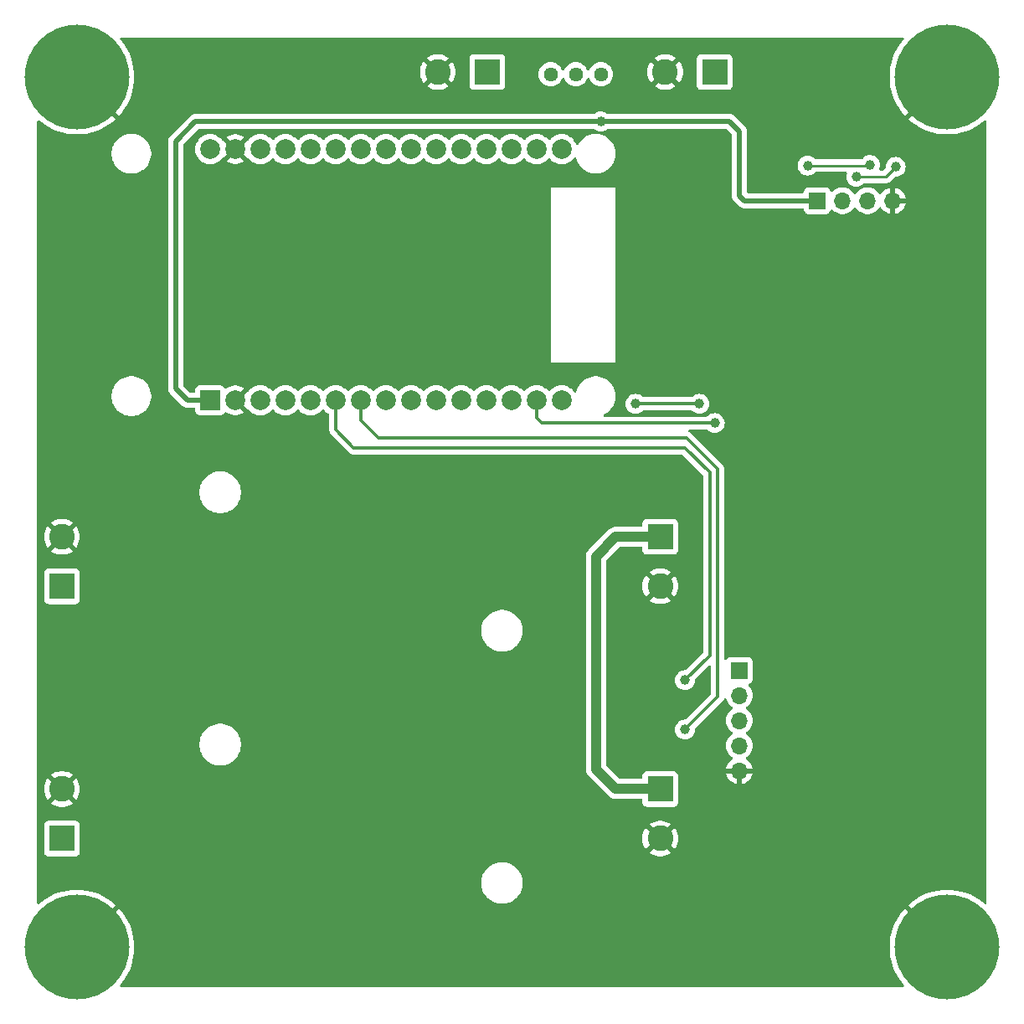
<source format=gbr>
%TF.GenerationSoftware,KiCad,Pcbnew,8.0.7*%
%TF.CreationDate,2025-03-24T14:38:58+07:00*%
%TF.ProjectId,esp32_getstok_testing,65737033-325f-4676-9574-73746f6b5f74,rev?*%
%TF.SameCoordinates,Original*%
%TF.FileFunction,Copper,L2,Bot*%
%TF.FilePolarity,Positive*%
%FSLAX46Y46*%
G04 Gerber Fmt 4.6, Leading zero omitted, Abs format (unit mm)*
G04 Created by KiCad (PCBNEW 8.0.7) date 2025-03-24 14:38:58*
%MOMM*%
%LPD*%
G01*
G04 APERTURE LIST*
%TA.AperFunction,ComponentPad*%
%ADD10R,2.600000X2.600000*%
%TD*%
%TA.AperFunction,ComponentPad*%
%ADD11C,2.600000*%
%TD*%
%TA.AperFunction,ComponentPad*%
%ADD12C,10.600000*%
%TD*%
%TA.AperFunction,ComponentPad*%
%ADD13R,2.000000X2.000000*%
%TD*%
%TA.AperFunction,ComponentPad*%
%ADD14C,2.000000*%
%TD*%
%TA.AperFunction,ComponentPad*%
%ADD15R,1.700000X1.700000*%
%TD*%
%TA.AperFunction,ComponentPad*%
%ADD16O,1.700000X1.700000*%
%TD*%
%TA.AperFunction,ComponentPad*%
%ADD17C,1.440000*%
%TD*%
%TA.AperFunction,ViaPad*%
%ADD18C,1.000000*%
%TD*%
%TA.AperFunction,Conductor*%
%ADD19C,0.300000*%
%TD*%
%TA.AperFunction,Conductor*%
%ADD20C,0.254000*%
%TD*%
%TA.AperFunction,Conductor*%
%ADD21C,0.500000*%
%TD*%
%TA.AperFunction,Conductor*%
%ADD22C,1.000000*%
%TD*%
G04 APERTURE END LIST*
D10*
%TO.P,J1,1,Pin_1*%
%TO.N,/Vin*%
X235500000Y-55500000D03*
D11*
%TO.P,J1,2,Pin_2*%
%TO.N,GND*%
X230500000Y-55500000D03*
%TD*%
D12*
%TO.P,H7,1,1*%
%TO.N,GND*%
X259000000Y-144000000D03*
%TD*%
%TO.P,H8,1,1*%
%TO.N,GND*%
X171000000Y-144000000D03*
%TD*%
D10*
%TO.P,J6,1,Pin_1*%
%TO.N,+4V*%
X169500000Y-133000000D03*
D11*
%TO.P,J6,2,Pin_2*%
%TO.N,GND*%
X169500000Y-128000000D03*
%TD*%
D10*
%TO.P,J9,1,Pin_1*%
%TO.N,+3.3V*%
X169500000Y-107500000D03*
D11*
%TO.P,J9,2,Pin_2*%
%TO.N,GND*%
X169500000Y-102500000D03*
%TD*%
D10*
%TO.P,J8,1,Pin_1*%
%TO.N,/Vin*%
X230000000Y-102500000D03*
D11*
%TO.P,J8,2,Pin_2*%
%TO.N,GND*%
X230000000Y-107500000D03*
%TD*%
D13*
%TO.P,U1,1,3V3*%
%TO.N,+3.3V*%
X184485000Y-88700000D03*
D14*
%TO.P,U1,2,GND*%
%TO.N,GND*%
X187025000Y-88700000D03*
%TO.P,U1,3,D15*%
%TO.N,unconnected-(U1-D15-Pad3)*%
X189565000Y-88700000D03*
%TO.P,U1,4,D2*%
%TO.N,unconnected-(U1-D2-Pad4)*%
X192105000Y-88700000D03*
%TO.P,U1,5,D4*%
%TO.N,unconnected-(U1-D4-Pad5)*%
X194645000Y-88700000D03*
%TO.P,U1,6,RX2*%
%TO.N,/RX2*%
X197185000Y-88700000D03*
%TO.P,U1,7,TX2*%
%TO.N,/TX2*%
X199725000Y-88700000D03*
%TO.P,U1,8,D5*%
%TO.N,unconnected-(U1-D5-Pad8)*%
X202265000Y-88700000D03*
%TO.P,U1,9,D18*%
%TO.N,unconnected-(U1-D18-Pad9)*%
X204805000Y-88700000D03*
%TO.P,U1,10,D19*%
%TO.N,unconnected-(U1-D19-Pad10)*%
X207345000Y-88700000D03*
%TO.P,U1,11,D21*%
%TO.N,unconnected-(U1-D21-Pad11)*%
X209885000Y-88700000D03*
%TO.P,U1,12,RX0*%
%TO.N,unconnected-(U1-RX0-Pad12)*%
X212425000Y-88700000D03*
%TO.P,U1,13,TX0*%
%TO.N,unconnected-(U1-TX0-Pad13)*%
X214965000Y-88700000D03*
%TO.P,U1,14,D22*%
%TO.N,/GPIO22*%
X217505000Y-88700000D03*
%TO.P,U1,15,D23*%
%TO.N,/GPIO23*%
X220045000Y-88700000D03*
%TO.P,U1,16,EN*%
%TO.N,unconnected-(U1-EN-Pad16)*%
X220045000Y-63300000D03*
%TO.P,U1,17,VP*%
%TO.N,unconnected-(U1-VP-Pad17)*%
X217505000Y-63300000D03*
%TO.P,U1,18,VN*%
%TO.N,unconnected-(U1-VN-Pad18)*%
X214965000Y-63300000D03*
%TO.P,U1,19,D34*%
%TO.N,/ADC_IN*%
X212425000Y-63300000D03*
%TO.P,U1,20,D35*%
%TO.N,unconnected-(U1-D35-Pad20)*%
X209885000Y-63300000D03*
%TO.P,U1,21,D32*%
%TO.N,unconnected-(U1-D32-Pad21)*%
X207345000Y-63300000D03*
%TO.P,U1,22,D33*%
%TO.N,unconnected-(U1-D33-Pad22)*%
X204805000Y-63300000D03*
%TO.P,U1,23,D25*%
%TO.N,unconnected-(U1-D25-Pad23)*%
X202265000Y-63300000D03*
%TO.P,U1,24,D26*%
%TO.N,unconnected-(U1-D26-Pad24)*%
X199725000Y-63300000D03*
%TO.P,U1,25,D27*%
%TO.N,unconnected-(U1-D27-Pad25)*%
X197185000Y-63300000D03*
%TO.P,U1,26,D14*%
%TO.N,unconnected-(U1-D14-Pad26)*%
X194645000Y-63300000D03*
%TO.P,U1,27,D12*%
%TO.N,unconnected-(U1-D12-Pad27)*%
X192105000Y-63300000D03*
%TO.P,U1,28,D13*%
%TO.N,unconnected-(U1-D13-Pad28)*%
X189565000Y-63300000D03*
%TO.P,U1,29,GND*%
%TO.N,GND*%
X187025000Y-63300000D03*
%TO.P,U1,30,VIN*%
%TO.N,unconnected-(U1-VIN-Pad30)*%
X184485000Y-63300000D03*
%TD*%
D10*
%TO.P,J4,1,Pin_1*%
%TO.N,/Vin*%
X230000000Y-128000000D03*
D11*
%TO.P,J4,2,Pin_2*%
%TO.N,GND*%
X230000000Y-133000000D03*
%TD*%
D15*
%TO.P,J7,1,Pin_1*%
%TO.N,+3.3V*%
X245880000Y-68500000D03*
D16*
%TO.P,J7,2,Pin_2*%
%TO.N,/RX_GPS*%
X248420000Y-68500000D03*
%TO.P,J7,3,Pin_3*%
%TO.N,/TX_GPS*%
X250960000Y-68500000D03*
%TO.P,J7,4,Pin_4*%
%TO.N,GND*%
X253500000Y-68500000D03*
%TD*%
D17*
%TO.P,RV1,1,1*%
%TO.N,+3.3V*%
X224000000Y-55725000D03*
%TO.P,RV1,2,2*%
%TO.N,/ADC_IN*%
X221460000Y-55725000D03*
%TO.P,RV1,3,3*%
%TO.N,unconnected-(RV1-Pad3)*%
X218920000Y-55725000D03*
%TD*%
D10*
%TO.P,J2,1,Pin_1*%
%TO.N,/ADC_IN*%
X212500000Y-55500000D03*
D11*
%TO.P,J2,2,Pin_2*%
%TO.N,GND*%
X207500000Y-55500000D03*
%TD*%
D15*
%TO.P,J10,1,Pin_1*%
%TO.N,+4V*%
X238000000Y-116000000D03*
D16*
%TO.P,J10,2,Pin_2*%
%TO.N,unconnected-(J10-Pin_2-Pad2)*%
X238000000Y-118540000D03*
%TO.P,J10,3,Pin_3*%
%TO.N,/RX_SIM*%
X238000000Y-121080000D03*
%TO.P,J10,4,Pin_4*%
%TO.N,/TX_SIM*%
X238000000Y-123620000D03*
%TO.P,J10,5,Pin_5*%
%TO.N,GND*%
X238000000Y-126160000D03*
%TD*%
D12*
%TO.P,H5,1,1*%
%TO.N,GND*%
X171000000Y-56000000D03*
%TD*%
%TO.P,H6,1,1*%
%TO.N,GND*%
X259000000Y-56000000D03*
%TD*%
D18*
%TO.N,/RX2*%
X232500000Y-117000000D03*
%TO.N,/TX2*%
X232500000Y-122000000D03*
%TO.N,/GPIO22*%
X235500000Y-91000000D03*
%TO.N,/GPIO23*%
X233950000Y-89050000D03*
X227500000Y-89050000D03*
%TO.N,/RX_GPS*%
X253800000Y-65100000D03*
X249826333Y-66085000D03*
%TO.N,/TX_GPS*%
X244900000Y-64950000D03*
X251200000Y-64900000D03*
%TO.N,+3.3V*%
X224000000Y-60500000D03*
%TD*%
D19*
%TO.N,/RX2*%
X235000000Y-96000000D02*
X232500000Y-93500000D01*
X197185000Y-91685000D02*
X197185000Y-88700000D01*
X235000000Y-114500000D02*
X235000000Y-96000000D01*
X232500000Y-93500000D02*
X199000000Y-93500000D01*
X199000000Y-93500000D02*
X197185000Y-91685000D01*
X232500000Y-117000000D02*
X235000000Y-114500000D01*
%TO.N,/TX2*%
X201500000Y-92500000D02*
X199725000Y-90725000D01*
X232642685Y-92500000D02*
X201500000Y-92500000D01*
X199725000Y-90725000D02*
X199725000Y-88700000D01*
X235808000Y-95665315D02*
X232642685Y-92500000D01*
X235808000Y-118692000D02*
X235808000Y-95665315D01*
X232500000Y-122000000D02*
X235808000Y-118692000D01*
%TO.N,/GPIO22*%
X217505000Y-90505000D02*
X217505000Y-88700000D01*
X218000000Y-91000000D02*
X217505000Y-90505000D01*
X235500000Y-91000000D02*
X218000000Y-91000000D01*
%TO.N,/GPIO23*%
X233950000Y-89050000D02*
X227500000Y-89050000D01*
D20*
%TO.N,/RX_GPS*%
X252815000Y-66085000D02*
X253800000Y-65100000D01*
X249826333Y-66085000D02*
X252815000Y-66085000D01*
%TO.N,/TX_GPS*%
X251150000Y-64950000D02*
X251200000Y-64900000D01*
X244900000Y-64950000D02*
X251150000Y-64950000D01*
D21*
%TO.N,+3.3V*%
X182200000Y-88700000D02*
X184485000Y-88700000D01*
X181000000Y-87500000D02*
X182200000Y-88700000D01*
X183000000Y-60500000D02*
X181000000Y-62500000D01*
X224000000Y-60500000D02*
X183000000Y-60500000D01*
X181000000Y-62500000D02*
X181000000Y-87500000D01*
X238500000Y-68500000D02*
X245880000Y-68500000D01*
X237000000Y-60500000D02*
X238000000Y-61500000D01*
X238000000Y-68000000D02*
X238500000Y-68500000D01*
X224000000Y-60500000D02*
X237000000Y-60500000D01*
X238000000Y-61500000D02*
X238000000Y-68000000D01*
D22*
%TO.N,/Vin*%
X225500000Y-102500000D02*
X223500000Y-104500000D01*
X223500000Y-104500000D02*
X223500000Y-126000000D01*
X225500000Y-128000000D02*
X230000000Y-128000000D01*
X230000000Y-102500000D02*
X225500000Y-102500000D01*
X223500000Y-126000000D02*
X225500000Y-128000000D01*
%TD*%
%TA.AperFunction,Conductor*%
%TO.N,GND*%
G36*
X254586186Y-52020185D02*
G01*
X254631941Y-52072989D01*
X254641885Y-52142147D01*
X254613769Y-52204641D01*
X254419074Y-52434516D01*
X254419060Y-52434535D01*
X254140292Y-52824974D01*
X254140279Y-52824993D01*
X253894686Y-53237153D01*
X253894685Y-53237154D01*
X253683978Y-53668161D01*
X253683965Y-53668192D01*
X253509572Y-54115127D01*
X253509568Y-54115138D01*
X253372670Y-54574970D01*
X253274212Y-55044535D01*
X253214868Y-55520630D01*
X253195041Y-55999998D01*
X253195041Y-56000001D01*
X253214868Y-56479369D01*
X253274212Y-56955464D01*
X253372670Y-57425029D01*
X253509568Y-57884861D01*
X253509572Y-57884872D01*
X253683965Y-58331807D01*
X253683978Y-58331838D01*
X253894685Y-58762845D01*
X253894686Y-58762846D01*
X254140279Y-59175006D01*
X254140292Y-59175025D01*
X254419060Y-59565464D01*
X254419074Y-59565483D01*
X254722595Y-59923849D01*
X254722596Y-59923849D01*
X256957450Y-57688994D01*
X257020934Y-57768601D01*
X257231399Y-57979066D01*
X257311003Y-58042548D01*
X255076149Y-60277402D01*
X255076149Y-60277403D01*
X255434516Y-60580925D01*
X255434535Y-60580939D01*
X255824974Y-60859707D01*
X255824993Y-60859720D01*
X256237153Y-61105313D01*
X256237154Y-61105314D01*
X256668161Y-61316021D01*
X256668192Y-61316034D01*
X257115127Y-61490427D01*
X257115138Y-61490431D01*
X257574970Y-61627329D01*
X258044535Y-61725787D01*
X258520630Y-61785131D01*
X258999998Y-61804959D01*
X259000002Y-61804959D01*
X259479369Y-61785131D01*
X259955464Y-61725787D01*
X260425029Y-61627329D01*
X260884861Y-61490431D01*
X260884872Y-61490427D01*
X261331807Y-61316034D01*
X261331838Y-61316021D01*
X261762845Y-61105314D01*
X261762846Y-61105313D01*
X262175006Y-60859720D01*
X262175025Y-60859707D01*
X262565464Y-60580939D01*
X262565483Y-60580925D01*
X262795359Y-60386230D01*
X262859238Y-60357923D01*
X262928280Y-60368645D01*
X262980564Y-60414993D01*
X262999500Y-60480852D01*
X262999500Y-139519147D01*
X262979815Y-139586186D01*
X262927011Y-139631941D01*
X262857853Y-139641885D01*
X262795359Y-139613769D01*
X262565483Y-139419074D01*
X262565464Y-139419060D01*
X262175025Y-139140292D01*
X262175006Y-139140279D01*
X261762846Y-138894686D01*
X261762845Y-138894685D01*
X261331838Y-138683978D01*
X261331807Y-138683965D01*
X260884872Y-138509572D01*
X260884861Y-138509568D01*
X260425029Y-138372670D01*
X259955464Y-138274212D01*
X259479369Y-138214868D01*
X259000002Y-138195041D01*
X258999998Y-138195041D01*
X258520630Y-138214868D01*
X258044535Y-138274212D01*
X257574970Y-138372670D01*
X257115138Y-138509568D01*
X257115127Y-138509572D01*
X256668192Y-138683965D01*
X256668161Y-138683978D01*
X256237154Y-138894685D01*
X256237153Y-138894686D01*
X255824993Y-139140279D01*
X255824974Y-139140292D01*
X255434535Y-139419060D01*
X255434516Y-139419074D01*
X255076149Y-139722596D01*
X257311004Y-141957451D01*
X257231399Y-142020934D01*
X257020934Y-142231399D01*
X256957451Y-142311004D01*
X254722596Y-140076149D01*
X254419074Y-140434516D01*
X254419060Y-140434535D01*
X254140292Y-140824974D01*
X254140279Y-140824993D01*
X253894686Y-141237153D01*
X253894685Y-141237154D01*
X253683978Y-141668161D01*
X253683965Y-141668192D01*
X253509572Y-142115127D01*
X253509568Y-142115138D01*
X253372670Y-142574970D01*
X253274212Y-143044535D01*
X253214868Y-143520630D01*
X253195041Y-143999998D01*
X253195041Y-144000001D01*
X253214868Y-144479369D01*
X253274212Y-144955464D01*
X253372670Y-145425029D01*
X253509568Y-145884861D01*
X253509572Y-145884872D01*
X253683965Y-146331807D01*
X253683978Y-146331838D01*
X253894685Y-146762845D01*
X253894686Y-146762846D01*
X254140279Y-147175006D01*
X254140292Y-147175025D01*
X254419060Y-147565464D01*
X254419074Y-147565483D01*
X254613769Y-147795359D01*
X254642076Y-147859238D01*
X254631353Y-147928280D01*
X254585006Y-147980565D01*
X254519147Y-147999500D01*
X175480853Y-147999500D01*
X175413814Y-147979815D01*
X175368059Y-147927011D01*
X175358115Y-147857853D01*
X175386231Y-147795359D01*
X175580925Y-147565483D01*
X175580939Y-147565464D01*
X175859707Y-147175025D01*
X175859720Y-147175006D01*
X176105313Y-146762846D01*
X176105314Y-146762845D01*
X176316021Y-146331838D01*
X176316034Y-146331807D01*
X176490427Y-145884872D01*
X176490431Y-145884861D01*
X176627329Y-145425029D01*
X176725787Y-144955464D01*
X176785131Y-144479369D01*
X176804959Y-144000001D01*
X176804959Y-143999998D01*
X176785131Y-143520630D01*
X176725787Y-143044535D01*
X176627329Y-142574970D01*
X176490431Y-142115138D01*
X176490427Y-142115127D01*
X176316034Y-141668192D01*
X176316021Y-141668161D01*
X176105314Y-141237154D01*
X176105313Y-141237153D01*
X175859720Y-140824993D01*
X175859707Y-140824974D01*
X175580939Y-140434535D01*
X175580925Y-140434516D01*
X175277403Y-140076149D01*
X175277402Y-140076149D01*
X173042548Y-142311003D01*
X172979066Y-142231399D01*
X172768601Y-142020934D01*
X172688994Y-141957450D01*
X174923849Y-139722596D01*
X174923849Y-139722595D01*
X174565483Y-139419074D01*
X174565464Y-139419060D01*
X174175025Y-139140292D01*
X174175006Y-139140279D01*
X173762846Y-138894686D01*
X173762845Y-138894685D01*
X173331838Y-138683978D01*
X173331807Y-138683965D01*
X172884872Y-138509572D01*
X172884861Y-138509568D01*
X172425029Y-138372670D01*
X171955464Y-138274212D01*
X171479369Y-138214868D01*
X171000002Y-138195041D01*
X170999998Y-138195041D01*
X170520630Y-138214868D01*
X170044535Y-138274212D01*
X169574970Y-138372670D01*
X169115138Y-138509568D01*
X169115127Y-138509572D01*
X168668192Y-138683965D01*
X168668161Y-138683978D01*
X168237154Y-138894685D01*
X168237153Y-138894686D01*
X167824993Y-139140279D01*
X167824974Y-139140292D01*
X167434535Y-139419060D01*
X167434516Y-139419074D01*
X167204641Y-139613769D01*
X167140762Y-139642076D01*
X167071720Y-139631353D01*
X167019435Y-139585006D01*
X167000500Y-139519147D01*
X167000500Y-137361808D01*
X211891500Y-137361808D01*
X211891500Y-137638191D01*
X211891501Y-137638208D01*
X211927576Y-137912227D01*
X211999116Y-138179216D01*
X212104881Y-138434557D01*
X212104886Y-138434567D01*
X212243085Y-138673933D01*
X212243087Y-138673936D01*
X212243091Y-138673942D01*
X212411342Y-138893212D01*
X212411348Y-138893219D01*
X212606780Y-139088651D01*
X212606787Y-139088657D01*
X212826057Y-139256908D01*
X212826061Y-139256910D01*
X212826067Y-139256915D01*
X213065433Y-139395114D01*
X213065438Y-139395116D01*
X213065442Y-139395118D01*
X213320783Y-139500883D01*
X213320785Y-139500883D01*
X213320791Y-139500886D01*
X213587769Y-139572423D01*
X213861802Y-139608500D01*
X213861809Y-139608500D01*
X214138191Y-139608500D01*
X214138198Y-139608500D01*
X214412231Y-139572423D01*
X214679209Y-139500886D01*
X214934567Y-139395114D01*
X215173933Y-139256915D01*
X215393214Y-139088656D01*
X215588656Y-138893214D01*
X215756915Y-138673933D01*
X215895114Y-138434567D01*
X216000886Y-138179209D01*
X216072423Y-137912231D01*
X216108500Y-137638198D01*
X216108500Y-137361802D01*
X216072423Y-137087769D01*
X216000886Y-136820791D01*
X215895114Y-136565433D01*
X215756915Y-136326067D01*
X215756910Y-136326061D01*
X215756908Y-136326057D01*
X215588657Y-136106787D01*
X215588651Y-136106780D01*
X215393219Y-135911348D01*
X215393212Y-135911342D01*
X215173942Y-135743091D01*
X215173936Y-135743087D01*
X215173933Y-135743085D01*
X214934567Y-135604886D01*
X214934557Y-135604881D01*
X214679216Y-135499116D01*
X214412227Y-135427576D01*
X214138208Y-135391501D01*
X214138203Y-135391500D01*
X214138198Y-135391500D01*
X213861802Y-135391500D01*
X213861796Y-135391500D01*
X213861791Y-135391501D01*
X213587772Y-135427576D01*
X213320783Y-135499116D01*
X213065442Y-135604881D01*
X213065432Y-135604886D01*
X212826067Y-135743085D01*
X212826057Y-135743091D01*
X212606787Y-135911342D01*
X212606780Y-135911348D01*
X212411348Y-136106780D01*
X212411342Y-136106787D01*
X212243091Y-136326057D01*
X212243085Y-136326067D01*
X212104886Y-136565432D01*
X212104881Y-136565442D01*
X211999116Y-136820783D01*
X211927576Y-137087772D01*
X211891501Y-137361791D01*
X211891500Y-137361808D01*
X167000500Y-137361808D01*
X167000500Y-131651345D01*
X167691500Y-131651345D01*
X167691500Y-134348654D01*
X167698011Y-134409202D01*
X167698011Y-134409204D01*
X167749111Y-134546204D01*
X167836739Y-134663261D01*
X167953796Y-134750889D01*
X168068949Y-134793839D01*
X168085463Y-134799999D01*
X168090799Y-134801989D01*
X168118050Y-134804918D01*
X168151345Y-134808499D01*
X168151362Y-134808500D01*
X170848638Y-134808500D01*
X170848654Y-134808499D01*
X170875692Y-134805591D01*
X170909201Y-134801989D01*
X170914537Y-134799999D01*
X170923768Y-134796555D01*
X171046204Y-134750889D01*
X171163261Y-134663261D01*
X171250889Y-134546204D01*
X171301989Y-134409201D01*
X171305591Y-134375692D01*
X171308499Y-134348654D01*
X171308500Y-134348637D01*
X171308500Y-132999995D01*
X228194953Y-132999995D01*
X228194953Y-133000004D01*
X228215113Y-133269026D01*
X228215113Y-133269028D01*
X228275142Y-133532033D01*
X228275148Y-133532052D01*
X228373709Y-133783181D01*
X228373708Y-133783181D01*
X228508600Y-134016818D01*
X228562294Y-134084150D01*
X228562295Y-134084150D01*
X229398958Y-133247487D01*
X229423978Y-133307890D01*
X229495112Y-133414351D01*
X229585649Y-133504888D01*
X229692110Y-133576022D01*
X229752511Y-133601041D01*
X228914848Y-134438703D01*
X229097476Y-134563216D01*
X229097485Y-134563221D01*
X229340539Y-134680269D01*
X229340537Y-134680269D01*
X229598337Y-134759790D01*
X229598343Y-134759792D01*
X229865101Y-134799999D01*
X229865110Y-134800000D01*
X230134890Y-134800000D01*
X230134898Y-134799999D01*
X230401656Y-134759792D01*
X230401662Y-134759790D01*
X230659461Y-134680269D01*
X230902516Y-134563221D01*
X230902517Y-134563220D01*
X231085150Y-134438703D01*
X230247487Y-133601041D01*
X230307890Y-133576022D01*
X230414351Y-133504888D01*
X230504888Y-133414351D01*
X230576022Y-133307890D01*
X230601041Y-133247487D01*
X231437703Y-134084150D01*
X231437704Y-134084149D01*
X231491400Y-134016818D01*
X231626290Y-133783181D01*
X231724851Y-133532052D01*
X231724857Y-133532033D01*
X231784886Y-133269028D01*
X231784886Y-133269026D01*
X231805047Y-133000004D01*
X231805047Y-132999995D01*
X231784886Y-132730973D01*
X231784886Y-132730971D01*
X231724857Y-132467966D01*
X231724851Y-132467947D01*
X231626290Y-132216818D01*
X231626291Y-132216818D01*
X231491400Y-131983182D01*
X231491393Y-131983171D01*
X231437704Y-131915849D01*
X231437703Y-131915848D01*
X230601041Y-132752511D01*
X230576022Y-132692110D01*
X230504888Y-132585649D01*
X230414351Y-132495112D01*
X230307890Y-132423978D01*
X230247488Y-132398958D01*
X231085150Y-131561295D01*
X230902524Y-131436783D01*
X230902516Y-131436778D01*
X230659460Y-131319730D01*
X230659462Y-131319730D01*
X230401662Y-131240209D01*
X230401656Y-131240207D01*
X230134898Y-131200000D01*
X229865101Y-131200000D01*
X229598343Y-131240207D01*
X229598337Y-131240209D01*
X229340538Y-131319730D01*
X229097482Y-131436780D01*
X229097469Y-131436787D01*
X228914848Y-131561294D01*
X229752512Y-132398958D01*
X229692110Y-132423978D01*
X229585649Y-132495112D01*
X229495112Y-132585649D01*
X229423978Y-132692110D01*
X229398958Y-132752512D01*
X228562294Y-131915848D01*
X228508602Y-131983177D01*
X228373709Y-132216818D01*
X228275148Y-132467947D01*
X228275142Y-132467966D01*
X228215113Y-132730971D01*
X228215113Y-132730973D01*
X228194953Y-132999995D01*
X171308500Y-132999995D01*
X171308500Y-131651362D01*
X171308499Y-131651345D01*
X171305157Y-131620270D01*
X171301989Y-131590799D01*
X171290984Y-131561295D01*
X171279522Y-131530564D01*
X171250889Y-131453796D01*
X171163261Y-131336739D01*
X171046204Y-131249111D01*
X171022332Y-131240207D01*
X170909203Y-131198011D01*
X170848654Y-131191500D01*
X170848638Y-131191500D01*
X168151362Y-131191500D01*
X168151345Y-131191500D01*
X168090797Y-131198011D01*
X168090795Y-131198011D01*
X167953795Y-131249111D01*
X167836739Y-131336739D01*
X167749111Y-131453795D01*
X167698011Y-131590795D01*
X167698011Y-131590797D01*
X167691500Y-131651345D01*
X167000500Y-131651345D01*
X167000500Y-127999995D01*
X167694953Y-127999995D01*
X167694953Y-128000004D01*
X167715113Y-128269026D01*
X167715113Y-128269028D01*
X167775142Y-128532033D01*
X167775148Y-128532052D01*
X167873709Y-128783181D01*
X167873708Y-128783181D01*
X168008600Y-129016818D01*
X168062294Y-129084150D01*
X168062295Y-129084150D01*
X168898958Y-128247487D01*
X168923978Y-128307890D01*
X168995112Y-128414351D01*
X169085649Y-128504888D01*
X169192110Y-128576022D01*
X169252511Y-128601041D01*
X168414848Y-129438703D01*
X168597476Y-129563216D01*
X168597485Y-129563221D01*
X168840539Y-129680269D01*
X168840537Y-129680269D01*
X169098337Y-129759790D01*
X169098343Y-129759792D01*
X169365101Y-129799999D01*
X169365110Y-129800000D01*
X169634890Y-129800000D01*
X169634898Y-129799999D01*
X169901656Y-129759792D01*
X169901662Y-129759790D01*
X170159461Y-129680269D01*
X170402516Y-129563221D01*
X170402517Y-129563220D01*
X170585150Y-129438703D01*
X169747487Y-128601041D01*
X169807890Y-128576022D01*
X169914351Y-128504888D01*
X170004888Y-128414351D01*
X170076022Y-128307890D01*
X170101041Y-128247487D01*
X170937703Y-129084150D01*
X170937704Y-129084149D01*
X170991400Y-129016818D01*
X171126290Y-128783181D01*
X171224851Y-128532052D01*
X171224857Y-128532033D01*
X171284886Y-128269028D01*
X171284886Y-128269026D01*
X171305047Y-128000004D01*
X171305047Y-127999995D01*
X171284886Y-127730973D01*
X171284886Y-127730971D01*
X171224857Y-127467966D01*
X171224851Y-127467947D01*
X171126290Y-127216818D01*
X171126291Y-127216818D01*
X170991400Y-126983182D01*
X170991393Y-126983171D01*
X170937704Y-126915849D01*
X170937703Y-126915848D01*
X170101041Y-127752511D01*
X170076022Y-127692110D01*
X170004888Y-127585649D01*
X169914351Y-127495112D01*
X169807890Y-127423978D01*
X169747488Y-127398958D01*
X170585150Y-126561295D01*
X170402524Y-126436783D01*
X170402516Y-126436778D01*
X170159460Y-126319730D01*
X170159462Y-126319730D01*
X169901662Y-126240209D01*
X169901656Y-126240207D01*
X169634898Y-126200000D01*
X169365101Y-126200000D01*
X169098343Y-126240207D01*
X169098337Y-126240209D01*
X168840538Y-126319730D01*
X168597482Y-126436780D01*
X168597469Y-126436787D01*
X168414848Y-126561294D01*
X169252512Y-127398958D01*
X169192110Y-127423978D01*
X169085649Y-127495112D01*
X168995112Y-127585649D01*
X168923978Y-127692110D01*
X168898958Y-127752512D01*
X168062294Y-126915848D01*
X168008602Y-126983177D01*
X167873709Y-127216818D01*
X167775148Y-127467947D01*
X167775142Y-127467966D01*
X167715113Y-127730971D01*
X167715113Y-127730973D01*
X167694953Y-127999995D01*
X167000500Y-127999995D01*
X167000500Y-123361808D01*
X183391500Y-123361808D01*
X183391500Y-123638191D01*
X183391501Y-123638208D01*
X183427576Y-123912227D01*
X183499116Y-124179216D01*
X183604881Y-124434557D01*
X183604886Y-124434567D01*
X183743085Y-124673933D01*
X183743087Y-124673936D01*
X183743091Y-124673942D01*
X183911342Y-124893212D01*
X183911348Y-124893219D01*
X184106780Y-125088651D01*
X184106787Y-125088657D01*
X184326057Y-125256908D01*
X184326061Y-125256910D01*
X184326067Y-125256915D01*
X184565433Y-125395114D01*
X184565438Y-125395116D01*
X184565442Y-125395118D01*
X184820783Y-125500883D01*
X184820785Y-125500883D01*
X184820791Y-125500886D01*
X185087769Y-125572423D01*
X185361802Y-125608500D01*
X185361809Y-125608500D01*
X185638191Y-125608500D01*
X185638198Y-125608500D01*
X185912231Y-125572423D01*
X186179209Y-125500886D01*
X186434567Y-125395114D01*
X186673933Y-125256915D01*
X186893214Y-125088656D01*
X187088656Y-124893214D01*
X187256915Y-124673933D01*
X187395114Y-124434567D01*
X187500886Y-124179209D01*
X187572423Y-123912231D01*
X187608500Y-123638198D01*
X187608500Y-123361802D01*
X187572423Y-123087769D01*
X187500886Y-122820791D01*
X187485122Y-122782734D01*
X187395118Y-122565442D01*
X187395113Y-122565432D01*
X187393712Y-122563005D01*
X187256915Y-122326067D01*
X187256910Y-122326061D01*
X187256908Y-122326057D01*
X187088657Y-122106787D01*
X187088651Y-122106780D01*
X186893219Y-121911348D01*
X186893212Y-121911342D01*
X186673942Y-121743091D01*
X186673936Y-121743087D01*
X186673933Y-121743085D01*
X186434567Y-121604886D01*
X186434557Y-121604881D01*
X186179216Y-121499116D01*
X185947401Y-121437001D01*
X185912231Y-121427577D01*
X185912230Y-121427576D01*
X185912227Y-121427576D01*
X185638208Y-121391501D01*
X185638203Y-121391500D01*
X185638198Y-121391500D01*
X185361802Y-121391500D01*
X185361796Y-121391500D01*
X185361791Y-121391501D01*
X185087772Y-121427576D01*
X184820783Y-121499116D01*
X184565442Y-121604881D01*
X184565432Y-121604886D01*
X184326067Y-121743085D01*
X184326057Y-121743091D01*
X184106787Y-121911342D01*
X184106780Y-121911348D01*
X183911348Y-122106780D01*
X183911342Y-122106787D01*
X183743091Y-122326057D01*
X183743085Y-122326067D01*
X183604886Y-122565432D01*
X183604881Y-122565442D01*
X183499116Y-122820783D01*
X183427576Y-123087772D01*
X183391501Y-123361791D01*
X183391500Y-123361808D01*
X167000500Y-123361808D01*
X167000500Y-111861808D01*
X211891500Y-111861808D01*
X211891500Y-112138191D01*
X211891501Y-112138208D01*
X211927576Y-112412227D01*
X211999116Y-112679216D01*
X212104881Y-112934557D01*
X212104886Y-112934567D01*
X212243085Y-113173933D01*
X212243087Y-113173936D01*
X212243091Y-113173942D01*
X212411342Y-113393212D01*
X212411348Y-113393219D01*
X212606780Y-113588651D01*
X212606787Y-113588657D01*
X212826057Y-113756908D01*
X212826061Y-113756910D01*
X212826067Y-113756915D01*
X213065433Y-113895114D01*
X213065438Y-113895116D01*
X213065442Y-113895118D01*
X213320783Y-114000883D01*
X213320785Y-114000883D01*
X213320791Y-114000886D01*
X213587769Y-114072423D01*
X213861802Y-114108500D01*
X213861809Y-114108500D01*
X214138191Y-114108500D01*
X214138198Y-114108500D01*
X214412231Y-114072423D01*
X214679209Y-114000886D01*
X214934567Y-113895114D01*
X215173933Y-113756915D01*
X215393214Y-113588656D01*
X215588656Y-113393214D01*
X215756915Y-113173933D01*
X215895114Y-112934567D01*
X216000886Y-112679209D01*
X216072423Y-112412231D01*
X216108500Y-112138198D01*
X216108500Y-111861802D01*
X216072423Y-111587769D01*
X216000886Y-111320791D01*
X215895114Y-111065433D01*
X215756915Y-110826067D01*
X215756910Y-110826061D01*
X215756908Y-110826057D01*
X215588657Y-110606787D01*
X215588651Y-110606780D01*
X215393219Y-110411348D01*
X215393212Y-110411342D01*
X215173942Y-110243091D01*
X215173936Y-110243087D01*
X215173933Y-110243085D01*
X214934567Y-110104886D01*
X214934557Y-110104881D01*
X214679216Y-109999116D01*
X214412227Y-109927576D01*
X214138208Y-109891501D01*
X214138203Y-109891500D01*
X214138198Y-109891500D01*
X213861802Y-109891500D01*
X213861796Y-109891500D01*
X213861791Y-109891501D01*
X213587772Y-109927576D01*
X213320783Y-109999116D01*
X213065442Y-110104881D01*
X213065432Y-110104886D01*
X212826067Y-110243085D01*
X212826057Y-110243091D01*
X212606787Y-110411342D01*
X212606780Y-110411348D01*
X212411348Y-110606780D01*
X212411342Y-110606787D01*
X212243091Y-110826057D01*
X212243085Y-110826067D01*
X212104886Y-111065432D01*
X212104881Y-111065442D01*
X211999116Y-111320783D01*
X211927576Y-111587772D01*
X211891501Y-111861791D01*
X211891500Y-111861808D01*
X167000500Y-111861808D01*
X167000500Y-106151345D01*
X167691500Y-106151345D01*
X167691500Y-108848654D01*
X167698011Y-108909202D01*
X167698011Y-108909204D01*
X167749111Y-109046204D01*
X167836739Y-109163261D01*
X167953796Y-109250889D01*
X168068949Y-109293839D01*
X168085463Y-109299999D01*
X168090799Y-109301989D01*
X168118050Y-109304918D01*
X168151345Y-109308499D01*
X168151362Y-109308500D01*
X170848638Y-109308500D01*
X170848654Y-109308499D01*
X170875692Y-109305591D01*
X170909201Y-109301989D01*
X170914537Y-109299999D01*
X170923768Y-109296555D01*
X171046204Y-109250889D01*
X171163261Y-109163261D01*
X171250889Y-109046204D01*
X171301989Y-108909201D01*
X171305591Y-108875692D01*
X171308499Y-108848654D01*
X171308500Y-108848637D01*
X171308500Y-106151362D01*
X171308499Y-106151345D01*
X171305157Y-106120270D01*
X171301989Y-106090799D01*
X171290984Y-106061295D01*
X171279522Y-106030564D01*
X171250889Y-105953796D01*
X171163261Y-105836739D01*
X171046204Y-105749111D01*
X171022332Y-105740207D01*
X170909203Y-105698011D01*
X170848654Y-105691500D01*
X170848638Y-105691500D01*
X168151362Y-105691500D01*
X168151345Y-105691500D01*
X168090797Y-105698011D01*
X168090795Y-105698011D01*
X167953795Y-105749111D01*
X167836739Y-105836739D01*
X167749111Y-105953795D01*
X167698011Y-106090795D01*
X167698011Y-106090797D01*
X167691500Y-106151345D01*
X167000500Y-106151345D01*
X167000500Y-104400666D01*
X222491500Y-104400666D01*
X222491500Y-126099333D01*
X222521293Y-126249112D01*
X222530253Y-126294161D01*
X222530255Y-126294166D01*
X222606277Y-126477701D01*
X222606282Y-126477710D01*
X222716646Y-126642880D01*
X222716649Y-126642884D01*
X224857115Y-128783350D01*
X224857119Y-128783353D01*
X225022289Y-128893717D01*
X225022295Y-128893720D01*
X225022296Y-128893721D01*
X225205831Y-128969744D01*
X225400666Y-129008499D01*
X225400670Y-129008500D01*
X225400671Y-129008500D01*
X225599329Y-129008500D01*
X228067500Y-129008500D01*
X228134539Y-129028185D01*
X228180294Y-129080989D01*
X228191500Y-129132500D01*
X228191500Y-129348654D01*
X228198011Y-129409202D01*
X228198011Y-129409204D01*
X228249111Y-129546204D01*
X228336739Y-129663261D01*
X228453796Y-129750889D01*
X228568949Y-129793839D01*
X228585463Y-129799999D01*
X228590799Y-129801989D01*
X228618050Y-129804918D01*
X228651345Y-129808499D01*
X228651362Y-129808500D01*
X231348638Y-129808500D01*
X231348654Y-129808499D01*
X231375692Y-129805591D01*
X231409201Y-129801989D01*
X231414537Y-129799999D01*
X231423768Y-129796555D01*
X231546204Y-129750889D01*
X231663261Y-129663261D01*
X231750889Y-129546204D01*
X231801989Y-129409201D01*
X231805591Y-129375692D01*
X231808499Y-129348654D01*
X231808500Y-129348637D01*
X231808500Y-126651362D01*
X231808499Y-126651345D01*
X231805157Y-126620270D01*
X231801989Y-126590799D01*
X231790984Y-126561295D01*
X231779522Y-126530564D01*
X231750889Y-126453796D01*
X231663261Y-126336739D01*
X231546204Y-126249111D01*
X231522332Y-126240207D01*
X231409203Y-126198011D01*
X231348654Y-126191500D01*
X231348638Y-126191500D01*
X228651362Y-126191500D01*
X228651345Y-126191500D01*
X228590797Y-126198011D01*
X228590795Y-126198011D01*
X228453795Y-126249111D01*
X228336739Y-126336739D01*
X228249111Y-126453795D01*
X228198011Y-126590795D01*
X228198011Y-126590797D01*
X228191500Y-126651345D01*
X228191500Y-126867500D01*
X228171815Y-126934539D01*
X228119011Y-126980294D01*
X228067500Y-126991500D01*
X225969096Y-126991500D01*
X225902057Y-126971815D01*
X225881415Y-126955181D01*
X224544819Y-125618585D01*
X224511334Y-125557262D01*
X224508500Y-125530904D01*
X224508500Y-107499995D01*
X228194953Y-107499995D01*
X228194953Y-107500004D01*
X228215113Y-107769026D01*
X228215113Y-107769028D01*
X228275142Y-108032033D01*
X228275148Y-108032052D01*
X228373709Y-108283181D01*
X228373708Y-108283181D01*
X228508600Y-108516818D01*
X228562294Y-108584150D01*
X228562295Y-108584150D01*
X229398958Y-107747487D01*
X229423978Y-107807890D01*
X229495112Y-107914351D01*
X229585649Y-108004888D01*
X229692110Y-108076022D01*
X229752511Y-108101041D01*
X228914848Y-108938703D01*
X229097476Y-109063216D01*
X229097485Y-109063221D01*
X229340539Y-109180269D01*
X229340537Y-109180269D01*
X229598337Y-109259790D01*
X229598343Y-109259792D01*
X229865101Y-109299999D01*
X229865110Y-109300000D01*
X230134890Y-109300000D01*
X230134898Y-109299999D01*
X230401656Y-109259792D01*
X230401662Y-109259790D01*
X230659461Y-109180269D01*
X230902516Y-109063221D01*
X230902517Y-109063220D01*
X231085150Y-108938703D01*
X230247487Y-108101041D01*
X230307890Y-108076022D01*
X230414351Y-108004888D01*
X230504888Y-107914351D01*
X230576022Y-107807890D01*
X230601041Y-107747487D01*
X231437703Y-108584150D01*
X231437704Y-108584149D01*
X231491400Y-108516818D01*
X231626290Y-108283181D01*
X231724851Y-108032052D01*
X231724857Y-108032033D01*
X231784886Y-107769028D01*
X231784886Y-107769026D01*
X231805047Y-107500004D01*
X231805047Y-107499995D01*
X231784886Y-107230973D01*
X231784886Y-107230971D01*
X231724857Y-106967966D01*
X231724851Y-106967947D01*
X231626290Y-106716818D01*
X231626291Y-106716818D01*
X231491400Y-106483182D01*
X231491393Y-106483171D01*
X231437704Y-106415849D01*
X231437703Y-106415848D01*
X230601041Y-107252511D01*
X230576022Y-107192110D01*
X230504888Y-107085649D01*
X230414351Y-106995112D01*
X230307890Y-106923978D01*
X230247488Y-106898958D01*
X231085150Y-106061295D01*
X230902524Y-105936783D01*
X230902516Y-105936778D01*
X230659460Y-105819730D01*
X230659462Y-105819730D01*
X230401662Y-105740209D01*
X230401656Y-105740207D01*
X230134898Y-105700000D01*
X229865101Y-105700000D01*
X229598343Y-105740207D01*
X229598337Y-105740209D01*
X229340538Y-105819730D01*
X229097482Y-105936780D01*
X229097469Y-105936787D01*
X228914848Y-106061294D01*
X229752512Y-106898958D01*
X229692110Y-106923978D01*
X229585649Y-106995112D01*
X229495112Y-107085649D01*
X229423978Y-107192110D01*
X229398958Y-107252512D01*
X228562294Y-106415848D01*
X228508602Y-106483177D01*
X228373709Y-106716818D01*
X228275148Y-106967947D01*
X228275142Y-106967966D01*
X228215113Y-107230971D01*
X228215113Y-107230973D01*
X228194953Y-107499995D01*
X224508500Y-107499995D01*
X224508500Y-104969096D01*
X224528185Y-104902057D01*
X224544819Y-104881415D01*
X225881415Y-103544819D01*
X225942738Y-103511334D01*
X225969096Y-103508500D01*
X228067500Y-103508500D01*
X228134539Y-103528185D01*
X228180294Y-103580989D01*
X228191500Y-103632500D01*
X228191500Y-103848654D01*
X228198011Y-103909202D01*
X228198011Y-103909204D01*
X228240194Y-104022298D01*
X228249111Y-104046204D01*
X228336739Y-104163261D01*
X228453796Y-104250889D01*
X228568949Y-104293839D01*
X228585463Y-104299999D01*
X228590799Y-104301989D01*
X228618050Y-104304918D01*
X228651345Y-104308499D01*
X228651362Y-104308500D01*
X231348638Y-104308500D01*
X231348654Y-104308499D01*
X231375692Y-104305591D01*
X231409201Y-104301989D01*
X231414537Y-104299999D01*
X231423768Y-104296555D01*
X231546204Y-104250889D01*
X231663261Y-104163261D01*
X231750889Y-104046204D01*
X231801989Y-103909201D01*
X231805591Y-103875692D01*
X231808499Y-103848654D01*
X231808500Y-103848637D01*
X231808500Y-101151362D01*
X231808499Y-101151345D01*
X231805157Y-101120270D01*
X231801989Y-101090799D01*
X231790984Y-101061295D01*
X231779522Y-101030564D01*
X231750889Y-100953796D01*
X231663261Y-100836739D01*
X231546204Y-100749111D01*
X231522332Y-100740207D01*
X231409203Y-100698011D01*
X231348654Y-100691500D01*
X231348638Y-100691500D01*
X228651362Y-100691500D01*
X228651345Y-100691500D01*
X228590797Y-100698011D01*
X228590795Y-100698011D01*
X228453795Y-100749111D01*
X228336739Y-100836739D01*
X228249111Y-100953795D01*
X228198011Y-101090795D01*
X228198011Y-101090797D01*
X228191500Y-101151345D01*
X228191500Y-101367500D01*
X228171815Y-101434539D01*
X228119011Y-101480294D01*
X228067500Y-101491500D01*
X225400666Y-101491500D01*
X225205838Y-101530254D01*
X225205830Y-101530256D01*
X225022298Y-101606277D01*
X225022289Y-101606282D01*
X224857119Y-101716646D01*
X224857115Y-101716649D01*
X223290585Y-103283181D01*
X222857119Y-103716647D01*
X222786882Y-103786884D01*
X222716645Y-103857120D01*
X222606282Y-104022289D01*
X222606277Y-104022298D01*
X222530256Y-104205830D01*
X222530254Y-104205838D01*
X222491500Y-104400666D01*
X167000500Y-104400666D01*
X167000500Y-102499995D01*
X167694953Y-102499995D01*
X167694953Y-102500004D01*
X167715113Y-102769026D01*
X167715113Y-102769028D01*
X167775142Y-103032033D01*
X167775148Y-103032052D01*
X167873709Y-103283181D01*
X167873708Y-103283181D01*
X168008600Y-103516818D01*
X168062294Y-103584150D01*
X168062295Y-103584150D01*
X168898958Y-102747487D01*
X168923978Y-102807890D01*
X168995112Y-102914351D01*
X169085649Y-103004888D01*
X169192110Y-103076022D01*
X169252511Y-103101041D01*
X168414848Y-103938703D01*
X168597476Y-104063216D01*
X168597485Y-104063221D01*
X168840539Y-104180269D01*
X168840537Y-104180269D01*
X169098337Y-104259790D01*
X169098343Y-104259792D01*
X169365101Y-104299999D01*
X169365110Y-104300000D01*
X169634890Y-104300000D01*
X169634898Y-104299999D01*
X169901656Y-104259792D01*
X169901662Y-104259790D01*
X170159461Y-104180269D01*
X170402516Y-104063221D01*
X170402517Y-104063220D01*
X170585150Y-103938703D01*
X169747487Y-103101041D01*
X169807890Y-103076022D01*
X169914351Y-103004888D01*
X170004888Y-102914351D01*
X170076022Y-102807890D01*
X170101041Y-102747487D01*
X170937703Y-103584150D01*
X170937704Y-103584149D01*
X170991400Y-103516818D01*
X171126290Y-103283181D01*
X171224851Y-103032052D01*
X171224857Y-103032033D01*
X171284886Y-102769028D01*
X171284886Y-102769026D01*
X171305047Y-102500004D01*
X171305047Y-102499995D01*
X171284886Y-102230973D01*
X171284886Y-102230971D01*
X171224857Y-101967966D01*
X171224851Y-101967947D01*
X171126290Y-101716818D01*
X171126291Y-101716818D01*
X170991400Y-101483182D01*
X170991393Y-101483171D01*
X170937704Y-101415849D01*
X170937703Y-101415848D01*
X170101041Y-102252511D01*
X170076022Y-102192110D01*
X170004888Y-102085649D01*
X169914351Y-101995112D01*
X169807890Y-101923978D01*
X169747488Y-101898958D01*
X170585150Y-101061295D01*
X170402524Y-100936783D01*
X170402516Y-100936778D01*
X170159460Y-100819730D01*
X170159462Y-100819730D01*
X169901662Y-100740209D01*
X169901656Y-100740207D01*
X169634898Y-100700000D01*
X169365101Y-100700000D01*
X169098343Y-100740207D01*
X169098337Y-100740209D01*
X168840538Y-100819730D01*
X168597482Y-100936780D01*
X168597469Y-100936787D01*
X168414848Y-101061294D01*
X169252512Y-101898958D01*
X169192110Y-101923978D01*
X169085649Y-101995112D01*
X168995112Y-102085649D01*
X168923978Y-102192110D01*
X168898958Y-102252512D01*
X168062294Y-101415848D01*
X168008602Y-101483177D01*
X167873709Y-101716818D01*
X167775148Y-101967947D01*
X167775142Y-101967966D01*
X167715113Y-102230971D01*
X167715113Y-102230973D01*
X167694953Y-102499995D01*
X167000500Y-102499995D01*
X167000500Y-97861808D01*
X183391500Y-97861808D01*
X183391500Y-98138191D01*
X183391501Y-98138208D01*
X183427576Y-98412227D01*
X183499116Y-98679216D01*
X183604881Y-98934557D01*
X183604886Y-98934567D01*
X183743085Y-99173933D01*
X183743087Y-99173936D01*
X183743091Y-99173942D01*
X183911342Y-99393212D01*
X183911348Y-99393219D01*
X184106780Y-99588651D01*
X184106787Y-99588657D01*
X184326057Y-99756908D01*
X184326061Y-99756910D01*
X184326067Y-99756915D01*
X184565433Y-99895114D01*
X184565438Y-99895116D01*
X184565442Y-99895118D01*
X184820783Y-100000883D01*
X184820785Y-100000883D01*
X184820791Y-100000886D01*
X185087769Y-100072423D01*
X185361802Y-100108500D01*
X185361809Y-100108500D01*
X185638191Y-100108500D01*
X185638198Y-100108500D01*
X185912231Y-100072423D01*
X186179209Y-100000886D01*
X186434567Y-99895114D01*
X186673933Y-99756915D01*
X186893214Y-99588656D01*
X187088656Y-99393214D01*
X187256915Y-99173933D01*
X187395114Y-98934567D01*
X187500886Y-98679209D01*
X187572423Y-98412231D01*
X187608500Y-98138198D01*
X187608500Y-97861802D01*
X187572423Y-97587769D01*
X187500886Y-97320791D01*
X187395114Y-97065433D01*
X187256915Y-96826067D01*
X187256910Y-96826061D01*
X187256908Y-96826057D01*
X187088657Y-96606787D01*
X187088651Y-96606780D01*
X186893219Y-96411348D01*
X186893212Y-96411342D01*
X186673942Y-96243091D01*
X186673936Y-96243087D01*
X186673933Y-96243085D01*
X186434567Y-96104886D01*
X186434557Y-96104881D01*
X186179216Y-95999116D01*
X185912227Y-95927576D01*
X185638208Y-95891501D01*
X185638203Y-95891500D01*
X185638198Y-95891500D01*
X185361802Y-95891500D01*
X185361796Y-95891500D01*
X185361791Y-95891501D01*
X185087772Y-95927576D01*
X184820783Y-95999116D01*
X184565442Y-96104881D01*
X184565432Y-96104886D01*
X184326067Y-96243085D01*
X184326057Y-96243091D01*
X184106787Y-96411342D01*
X184106780Y-96411348D01*
X183911348Y-96606780D01*
X183911342Y-96606787D01*
X183743091Y-96826057D01*
X183743085Y-96826067D01*
X183604886Y-97065432D01*
X183604881Y-97065442D01*
X183499116Y-97320783D01*
X183427576Y-97587772D01*
X183391501Y-97861791D01*
X183391500Y-97861808D01*
X167000500Y-97861808D01*
X167000500Y-88148362D01*
X174516500Y-88148362D01*
X174516500Y-88411637D01*
X174516501Y-88411653D01*
X174550865Y-88672678D01*
X174619009Y-88926995D01*
X174719761Y-89170234D01*
X174719769Y-89170250D01*
X174851409Y-89398256D01*
X175011687Y-89607136D01*
X175011693Y-89607143D01*
X175197856Y-89793306D01*
X175197863Y-89793312D01*
X175406743Y-89953590D01*
X175634749Y-90085230D01*
X175634765Y-90085238D01*
X175764810Y-90139104D01*
X175878003Y-90185990D01*
X176132320Y-90254134D01*
X176393356Y-90288500D01*
X176393363Y-90288500D01*
X176656637Y-90288500D01*
X176656644Y-90288500D01*
X176917680Y-90254134D01*
X177171997Y-90185990D01*
X177355099Y-90110146D01*
X177415234Y-90085238D01*
X177415237Y-90085236D01*
X177415243Y-90085234D01*
X177643257Y-89953590D01*
X177852138Y-89793311D01*
X178038311Y-89607138D01*
X178198590Y-89398257D01*
X178330234Y-89170243D01*
X178331332Y-89167594D01*
X178395305Y-89013147D01*
X178430990Y-88926997D01*
X178499134Y-88672680D01*
X178533500Y-88411644D01*
X178533500Y-88148356D01*
X178499134Y-87887320D01*
X178430990Y-87633003D01*
X178375781Y-87499716D01*
X178330238Y-87389765D01*
X178330230Y-87389749D01*
X178198590Y-87161743D01*
X178038312Y-86952863D01*
X178038306Y-86952856D01*
X177852143Y-86766693D01*
X177852136Y-86766687D01*
X177643256Y-86606409D01*
X177415250Y-86474769D01*
X177415234Y-86474761D01*
X177171995Y-86374009D01*
X176917678Y-86305865D01*
X176656653Y-86271501D01*
X176656650Y-86271500D01*
X176656644Y-86271500D01*
X176393356Y-86271500D01*
X176393350Y-86271500D01*
X176393346Y-86271501D01*
X176132321Y-86305865D01*
X175878004Y-86374009D01*
X175634765Y-86474761D01*
X175634749Y-86474769D01*
X175406743Y-86606409D01*
X175197863Y-86766687D01*
X175197856Y-86766693D01*
X175011693Y-86952856D01*
X175011687Y-86952863D01*
X174851409Y-87161743D01*
X174719769Y-87389749D01*
X174719761Y-87389765D01*
X174619009Y-87633004D01*
X174550865Y-87887321D01*
X174516501Y-88148346D01*
X174516500Y-88148362D01*
X167000500Y-88148362D01*
X167000500Y-63638362D01*
X174516500Y-63638362D01*
X174516500Y-63901637D01*
X174516501Y-63901653D01*
X174550865Y-64162678D01*
X174619009Y-64416995D01*
X174719761Y-64660234D01*
X174719769Y-64660250D01*
X174851409Y-64888256D01*
X175011687Y-65097136D01*
X175011693Y-65097143D01*
X175197856Y-65283306D01*
X175197863Y-65283312D01*
X175406743Y-65443590D01*
X175634749Y-65575230D01*
X175634765Y-65575238D01*
X175768989Y-65630835D01*
X175878003Y-65675990D01*
X176132320Y-65744134D01*
X176393356Y-65778500D01*
X176393363Y-65778500D01*
X176656637Y-65778500D01*
X176656644Y-65778500D01*
X176917680Y-65744134D01*
X177171997Y-65675990D01*
X177390459Y-65585500D01*
X177415234Y-65575238D01*
X177415237Y-65575236D01*
X177415243Y-65575234D01*
X177643257Y-65443590D01*
X177852138Y-65283311D01*
X178038311Y-65097138D01*
X178198590Y-64888257D01*
X178330234Y-64660243D01*
X178430990Y-64416997D01*
X178499134Y-64162680D01*
X178533500Y-63901644D01*
X178533500Y-63638356D01*
X178499134Y-63377320D01*
X178430990Y-63123003D01*
X178357858Y-62946446D01*
X178330238Y-62879765D01*
X178330230Y-62879749D01*
X178198590Y-62651743D01*
X178038312Y-62442863D01*
X178038306Y-62442856D01*
X178020739Y-62425289D01*
X180241500Y-62425289D01*
X180241500Y-87574709D01*
X180270647Y-87721239D01*
X180270649Y-87721247D01*
X180327825Y-87859282D01*
X180410835Y-87983517D01*
X180410836Y-87983518D01*
X181038222Y-88610903D01*
X181610834Y-89183515D01*
X181610835Y-89183516D01*
X181675018Y-89247699D01*
X181716485Y-89289166D01*
X181840709Y-89372170D01*
X181840722Y-89372177D01*
X181903685Y-89398257D01*
X181903686Y-89398257D01*
X181978753Y-89429351D01*
X182004106Y-89434393D01*
X182051970Y-89443915D01*
X182051997Y-89443919D01*
X182052024Y-89443925D01*
X182125294Y-89458500D01*
X182125295Y-89458500D01*
X182274705Y-89458500D01*
X182852500Y-89458500D01*
X182919539Y-89478185D01*
X182965294Y-89530989D01*
X182976500Y-89582500D01*
X182976500Y-89748654D01*
X182983011Y-89809202D01*
X182983011Y-89809204D01*
X183025896Y-89924179D01*
X183034111Y-89946204D01*
X183121739Y-90063261D01*
X183238796Y-90150889D01*
X183375799Y-90201989D01*
X183403050Y-90204918D01*
X183436345Y-90208499D01*
X183436362Y-90208500D01*
X185533638Y-90208500D01*
X185533654Y-90208499D01*
X185560692Y-90205591D01*
X185594201Y-90201989D01*
X185731204Y-90150889D01*
X185848261Y-90063261D01*
X185935889Y-89946204D01*
X185935890Y-89946200D01*
X185939976Y-89938718D01*
X185989377Y-89889309D01*
X186057649Y-89874452D01*
X186123115Y-89898865D01*
X186124975Y-89900284D01*
X186201768Y-89960055D01*
X186201771Y-89960057D01*
X186420385Y-90078364D01*
X186420396Y-90078369D01*
X186655506Y-90159083D01*
X186900707Y-90200000D01*
X187149293Y-90200000D01*
X187394493Y-90159083D01*
X187629603Y-90078369D01*
X187629614Y-90078364D01*
X187848230Y-89960056D01*
X187848236Y-89960051D01*
X187895055Y-89923610D01*
X187895056Y-89923609D01*
X187162575Y-89191128D01*
X187221853Y-89175245D01*
X187338147Y-89108102D01*
X187433102Y-89013147D01*
X187500245Y-88896853D01*
X187516128Y-88837575D01*
X188248434Y-89569881D01*
X188253196Y-89569388D01*
X188321909Y-89582051D01*
X188360276Y-89612192D01*
X188495031Y-89769969D01*
X188617365Y-89874452D01*
X188675586Y-89924178D01*
X188675589Y-89924179D01*
X188878037Y-90048240D01*
X188878040Y-90048242D01*
X189097403Y-90139104D01*
X189097404Y-90139104D01*
X189097406Y-90139105D01*
X189328289Y-90194535D01*
X189565000Y-90213165D01*
X189801711Y-90194535D01*
X190032594Y-90139105D01*
X190032596Y-90139104D01*
X190032597Y-90139104D01*
X190251959Y-90048242D01*
X190251960Y-90048241D01*
X190251963Y-90048240D01*
X190454416Y-89924176D01*
X190634969Y-89769969D01*
X190740711Y-89646160D01*
X190799216Y-89607968D01*
X190869084Y-89607469D01*
X190928131Y-89644823D01*
X190929200Y-89646057D01*
X190987657Y-89714501D01*
X191035031Y-89769969D01*
X191215586Y-89924178D01*
X191215589Y-89924179D01*
X191418037Y-90048240D01*
X191418040Y-90048242D01*
X191637403Y-90139104D01*
X191637404Y-90139104D01*
X191637406Y-90139105D01*
X191868289Y-90194535D01*
X192105000Y-90213165D01*
X192341711Y-90194535D01*
X192572594Y-90139105D01*
X192572596Y-90139104D01*
X192572597Y-90139104D01*
X192791959Y-90048242D01*
X192791960Y-90048241D01*
X192791963Y-90048240D01*
X192994416Y-89924176D01*
X193174969Y-89769969D01*
X193280711Y-89646160D01*
X193339216Y-89607968D01*
X193409084Y-89607469D01*
X193468131Y-89644823D01*
X193469200Y-89646057D01*
X193527657Y-89714501D01*
X193575031Y-89769969D01*
X193755586Y-89924178D01*
X193755589Y-89924179D01*
X193958037Y-90048240D01*
X193958040Y-90048242D01*
X194177403Y-90139104D01*
X194177404Y-90139104D01*
X194177406Y-90139105D01*
X194408289Y-90194535D01*
X194645000Y-90213165D01*
X194881711Y-90194535D01*
X195112594Y-90139105D01*
X195112596Y-90139104D01*
X195112597Y-90139104D01*
X195331959Y-90048242D01*
X195331960Y-90048241D01*
X195331963Y-90048240D01*
X195534416Y-89924176D01*
X195714969Y-89769969D01*
X195820711Y-89646160D01*
X195879216Y-89607968D01*
X195949084Y-89607469D01*
X196008131Y-89644823D01*
X196009200Y-89646057D01*
X196067657Y-89714501D01*
X196115031Y-89769969D01*
X196295586Y-89924178D01*
X196295588Y-89924179D01*
X196467290Y-90029398D01*
X196514165Y-90081209D01*
X196526500Y-90135125D01*
X196526500Y-91620143D01*
X196526500Y-91749857D01*
X196526500Y-91749859D01*
X196526499Y-91749859D01*
X196551804Y-91877071D01*
X196551806Y-91877077D01*
X196601443Y-91996913D01*
X196601447Y-91996920D01*
X196673510Y-92104771D01*
X198580227Y-94011488D01*
X198580231Y-94011491D01*
X198688076Y-94083551D01*
X198688080Y-94083553D01*
X198688083Y-94083555D01*
X198807923Y-94133195D01*
X198914036Y-94154301D01*
X198935143Y-94158500D01*
X198935144Y-94158500D01*
X199064857Y-94158500D01*
X232175878Y-94158500D01*
X232242917Y-94178185D01*
X232263559Y-94194819D01*
X234305181Y-96236441D01*
X234338666Y-96297764D01*
X234341500Y-96324122D01*
X234341500Y-114175877D01*
X234321815Y-114242916D01*
X234305181Y-114263558D01*
X232616226Y-115952512D01*
X232554903Y-115985997D01*
X232516394Y-115988234D01*
X232500003Y-115986620D01*
X232500001Y-115986620D01*
X232500000Y-115986620D01*
X232483613Y-115988234D01*
X232302300Y-116006091D01*
X232112191Y-116063760D01*
X231937001Y-116157401D01*
X231936994Y-116157405D01*
X231783431Y-116283431D01*
X231657405Y-116436994D01*
X231657401Y-116437001D01*
X231563760Y-116612191D01*
X231506091Y-116802300D01*
X231486620Y-117000000D01*
X231506091Y-117197699D01*
X231563760Y-117387808D01*
X231657401Y-117562998D01*
X231657405Y-117563005D01*
X231783431Y-117716568D01*
X231936994Y-117842594D01*
X231937001Y-117842598D01*
X232112191Y-117936239D01*
X232112193Y-117936239D01*
X232112196Y-117936241D01*
X232302299Y-117993908D01*
X232302298Y-117993908D01*
X232320024Y-117995653D01*
X232500000Y-118013380D01*
X232697701Y-117993908D01*
X232887804Y-117936241D01*
X233063004Y-117842595D01*
X233216568Y-117716568D01*
X233342595Y-117563004D01*
X233436241Y-117387804D01*
X233493908Y-117197701D01*
X233513380Y-117000000D01*
X233511765Y-116983606D01*
X233524783Y-116914961D01*
X233547484Y-116883774D01*
X234937820Y-115493438D01*
X234999142Y-115459955D01*
X235068834Y-115464939D01*
X235124767Y-115506811D01*
X235149184Y-115572275D01*
X235149500Y-115581121D01*
X235149500Y-118367877D01*
X235129815Y-118434916D01*
X235113181Y-118455558D01*
X232616226Y-120952512D01*
X232554903Y-120985997D01*
X232516394Y-120988234D01*
X232500003Y-120986620D01*
X232500001Y-120986620D01*
X232500000Y-120986620D01*
X232483613Y-120988234D01*
X232302300Y-121006091D01*
X232112191Y-121063760D01*
X231937001Y-121157401D01*
X231936994Y-121157405D01*
X231783431Y-121283431D01*
X231657405Y-121436994D01*
X231657401Y-121437001D01*
X231563760Y-121612191D01*
X231506091Y-121802300D01*
X231486620Y-122000000D01*
X231506091Y-122197699D01*
X231563760Y-122387808D01*
X231657401Y-122562998D01*
X231657405Y-122563005D01*
X231783431Y-122716568D01*
X231936994Y-122842594D01*
X231937001Y-122842598D01*
X232112191Y-122936239D01*
X232112193Y-122936239D01*
X232112196Y-122936241D01*
X232302299Y-122993908D01*
X232302298Y-122993908D01*
X232320024Y-122995653D01*
X232500000Y-123013380D01*
X232697701Y-122993908D01*
X232887804Y-122936241D01*
X233063004Y-122842595D01*
X233216568Y-122716568D01*
X233342595Y-122563004D01*
X233436241Y-122387804D01*
X233493908Y-122197701D01*
X233513380Y-122000000D01*
X233511765Y-121983606D01*
X233524783Y-121914961D01*
X233547484Y-121883774D01*
X236319490Y-119111769D01*
X236391555Y-119003917D01*
X236441194Y-118884077D01*
X236441698Y-118881541D01*
X236442328Y-118880336D01*
X236442963Y-118878245D01*
X236443359Y-118878365D01*
X236474078Y-118819628D01*
X236534790Y-118785049D01*
X236604560Y-118788783D01*
X236661236Y-118829644D01*
X236683523Y-118875282D01*
X236710703Y-118982615D01*
X236801140Y-119188792D01*
X236924276Y-119377265D01*
X236924284Y-119377276D01*
X237076756Y-119542902D01*
X237076760Y-119542906D01*
X237254424Y-119681189D01*
X237254429Y-119681191D01*
X237254431Y-119681193D01*
X237290930Y-119700946D01*
X237340520Y-119750165D01*
X237355628Y-119818382D01*
X237331457Y-119883937D01*
X237290930Y-119919054D01*
X237254431Y-119938806D01*
X237254422Y-119938812D01*
X237076761Y-120077092D01*
X237076756Y-120077097D01*
X236924284Y-120242723D01*
X236924276Y-120242734D01*
X236801140Y-120431207D01*
X236710703Y-120637385D01*
X236655436Y-120855628D01*
X236655434Y-120855640D01*
X236636844Y-121079994D01*
X236636844Y-121080005D01*
X236655434Y-121304359D01*
X236655436Y-121304371D01*
X236710703Y-121522614D01*
X236801140Y-121728792D01*
X236924276Y-121917265D01*
X236924284Y-121917276D01*
X237076756Y-122082902D01*
X237076760Y-122082906D01*
X237254424Y-122221189D01*
X237254429Y-122221191D01*
X237254431Y-122221193D01*
X237290930Y-122240946D01*
X237340520Y-122290165D01*
X237355628Y-122358382D01*
X237331457Y-122423937D01*
X237290930Y-122459054D01*
X237254431Y-122478806D01*
X237254422Y-122478812D01*
X237076761Y-122617092D01*
X237076756Y-122617097D01*
X236924284Y-122782723D01*
X236924276Y-122782734D01*
X236801140Y-122971207D01*
X236710703Y-123177385D01*
X236655436Y-123395628D01*
X236655434Y-123395640D01*
X236636844Y-123619994D01*
X236636844Y-123620005D01*
X236655434Y-123844359D01*
X236655436Y-123844371D01*
X236710703Y-124062614D01*
X236801140Y-124268792D01*
X236924276Y-124457265D01*
X236924284Y-124457276D01*
X237076756Y-124622902D01*
X237076760Y-124622906D01*
X237254424Y-124761189D01*
X237297693Y-124784605D01*
X237297695Y-124784606D01*
X237347286Y-124833825D01*
X237362394Y-124902042D01*
X237338224Y-124967597D01*
X237309802Y-124995236D01*
X237128922Y-125121890D01*
X237128920Y-125121891D01*
X236961891Y-125288920D01*
X236961886Y-125288926D01*
X236826400Y-125482420D01*
X236826399Y-125482422D01*
X236726570Y-125696507D01*
X236726567Y-125696513D01*
X236669364Y-125909999D01*
X236669364Y-125910000D01*
X237566988Y-125910000D01*
X237534075Y-125967007D01*
X237500000Y-126094174D01*
X237500000Y-126225826D01*
X237534075Y-126352993D01*
X237566988Y-126410000D01*
X236669364Y-126410000D01*
X236726567Y-126623486D01*
X236726570Y-126623492D01*
X236826399Y-126837578D01*
X236961894Y-127031082D01*
X237128917Y-127198105D01*
X237322421Y-127333600D01*
X237536507Y-127433429D01*
X237536516Y-127433433D01*
X237750000Y-127490634D01*
X237750000Y-126593012D01*
X237807007Y-126625925D01*
X237934174Y-126660000D01*
X238065826Y-126660000D01*
X238192993Y-126625925D01*
X238250000Y-126593012D01*
X238250000Y-127490633D01*
X238463483Y-127433433D01*
X238463492Y-127433429D01*
X238677578Y-127333600D01*
X238871082Y-127198105D01*
X239038105Y-127031082D01*
X239173600Y-126837578D01*
X239273429Y-126623492D01*
X239273432Y-126623486D01*
X239330636Y-126410000D01*
X238433012Y-126410000D01*
X238465925Y-126352993D01*
X238500000Y-126225826D01*
X238500000Y-126094174D01*
X238465925Y-125967007D01*
X238433012Y-125910000D01*
X239330636Y-125910000D01*
X239330635Y-125909999D01*
X239273432Y-125696513D01*
X239273429Y-125696507D01*
X239173600Y-125482422D01*
X239173599Y-125482420D01*
X239038113Y-125288926D01*
X239038108Y-125288920D01*
X238871082Y-125121894D01*
X238690197Y-124995236D01*
X238646572Y-124940659D01*
X238639380Y-124871160D01*
X238670902Y-124808806D01*
X238702300Y-124784608D01*
X238745576Y-124761189D01*
X238923240Y-124622906D01*
X239075722Y-124457268D01*
X239198860Y-124268791D01*
X239289296Y-124062616D01*
X239344564Y-123844368D01*
X239344565Y-123844359D01*
X239363156Y-123620005D01*
X239363156Y-123619994D01*
X239344565Y-123395640D01*
X239344563Y-123395628D01*
X239289296Y-123177385D01*
X239249987Y-123087769D01*
X239198860Y-122971209D01*
X239075722Y-122782732D01*
X239075719Y-122782729D01*
X239075715Y-122782723D01*
X238923243Y-122617097D01*
X238923238Y-122617092D01*
X238745577Y-122478812D01*
X238745578Y-122478812D01*
X238745576Y-122478811D01*
X238709070Y-122459055D01*
X238659479Y-122409836D01*
X238644371Y-122341619D01*
X238668541Y-122276064D01*
X238709070Y-122240945D01*
X238709084Y-122240936D01*
X238745576Y-122221189D01*
X238923240Y-122082906D01*
X239022614Y-121974957D01*
X239075715Y-121917276D01*
X239075716Y-121917274D01*
X239075722Y-121917268D01*
X239198860Y-121728791D01*
X239289296Y-121522616D01*
X239344564Y-121304368D01*
X239356742Y-121157405D01*
X239363156Y-121080005D01*
X239363156Y-121079994D01*
X239344565Y-120855640D01*
X239344563Y-120855628D01*
X239289296Y-120637385D01*
X239198859Y-120431207D01*
X239075723Y-120242734D01*
X239075715Y-120242723D01*
X238923243Y-120077097D01*
X238923238Y-120077092D01*
X238745577Y-119938812D01*
X238745578Y-119938812D01*
X238745576Y-119938811D01*
X238709070Y-119919055D01*
X238659479Y-119869836D01*
X238644371Y-119801619D01*
X238668541Y-119736064D01*
X238709070Y-119700945D01*
X238709084Y-119700936D01*
X238745576Y-119681189D01*
X238923240Y-119542906D01*
X239075722Y-119377268D01*
X239198860Y-119188791D01*
X239289296Y-118982616D01*
X239344564Y-118764368D01*
X239344565Y-118764359D01*
X239363156Y-118540005D01*
X239363156Y-118539994D01*
X239344565Y-118315640D01*
X239344563Y-118315628D01*
X239290439Y-118101898D01*
X239289296Y-118097384D01*
X239198860Y-117891209D01*
X239075722Y-117702732D01*
X239075719Y-117702729D01*
X239075715Y-117702723D01*
X238930510Y-117544991D01*
X238899587Y-117482337D01*
X238907447Y-117412911D01*
X238951594Y-117358755D01*
X238978405Y-117344827D01*
X239058584Y-117314920D01*
X239096204Y-117300889D01*
X239213261Y-117213261D01*
X239300889Y-117096204D01*
X239351989Y-116959201D01*
X239356745Y-116914961D01*
X239358499Y-116898654D01*
X239358500Y-116898637D01*
X239358500Y-115101362D01*
X239358499Y-115101345D01*
X239355157Y-115070270D01*
X239351989Y-115040799D01*
X239300889Y-114903796D01*
X239213261Y-114786739D01*
X239096204Y-114699111D01*
X238959203Y-114648011D01*
X238898654Y-114641500D01*
X238898638Y-114641500D01*
X237101362Y-114641500D01*
X237101345Y-114641500D01*
X237040797Y-114648011D01*
X237040795Y-114648011D01*
X236903795Y-114699111D01*
X236786739Y-114786739D01*
X236693796Y-114910896D01*
X236692669Y-114910052D01*
X236649930Y-114952795D01*
X236581657Y-114967648D01*
X236516192Y-114943233D01*
X236474319Y-114887300D01*
X236466500Y-114843964D01*
X236466500Y-95600455D01*
X236441195Y-95473243D01*
X236441194Y-95473242D01*
X236441194Y-95473238D01*
X236391555Y-95353398D01*
X236319490Y-95245546D01*
X236227769Y-95153825D01*
X233062457Y-91988511D01*
X233062456Y-91988510D01*
X232954605Y-91916447D01*
X232954604Y-91916446D01*
X232954602Y-91916445D01*
X232954599Y-91916443D01*
X232954594Y-91916441D01*
X232907805Y-91897061D01*
X232853401Y-91853220D01*
X232831336Y-91786926D01*
X232848615Y-91719227D01*
X232899752Y-91671616D01*
X232955257Y-91658500D01*
X234677129Y-91658500D01*
X234744168Y-91678185D01*
X234772983Y-91703836D01*
X234783432Y-91716568D01*
X234936994Y-91842594D01*
X234937001Y-91842598D01*
X235112191Y-91936239D01*
X235112193Y-91936239D01*
X235112196Y-91936241D01*
X235302299Y-91993908D01*
X235302298Y-91993908D01*
X235320024Y-91995653D01*
X235500000Y-92013380D01*
X235697701Y-91993908D01*
X235887804Y-91936241D01*
X236063004Y-91842595D01*
X236216568Y-91716568D01*
X236342595Y-91563004D01*
X236436241Y-91387804D01*
X236493908Y-91197701D01*
X236513380Y-91000000D01*
X236493908Y-90802299D01*
X236436241Y-90612196D01*
X236436239Y-90612193D01*
X236436239Y-90612191D01*
X236342598Y-90437001D01*
X236342594Y-90436994D01*
X236216568Y-90283431D01*
X236063005Y-90157405D01*
X236062998Y-90157401D01*
X235887808Y-90063760D01*
X235774531Y-90029398D01*
X235697701Y-90006092D01*
X235697699Y-90006091D01*
X235697701Y-90006091D01*
X235500000Y-89986620D01*
X235302300Y-90006091D01*
X235112191Y-90063760D01*
X234937001Y-90157401D01*
X234936994Y-90157405D01*
X234783432Y-90283431D01*
X234772983Y-90296164D01*
X234715238Y-90335499D01*
X234677129Y-90341500D01*
X224369953Y-90341500D01*
X224302914Y-90321815D01*
X224257159Y-90269011D01*
X224247215Y-90199853D01*
X224276240Y-90136297D01*
X224322500Y-90102939D01*
X224333697Y-90098300D01*
X224365243Y-90085234D01*
X224593257Y-89953590D01*
X224802138Y-89793311D01*
X224988311Y-89607138D01*
X225148590Y-89398257D01*
X225280234Y-89170243D01*
X225281332Y-89167594D01*
X225330040Y-89050000D01*
X226486620Y-89050000D01*
X226506091Y-89247699D01*
X226563760Y-89437808D01*
X226657401Y-89612998D01*
X226657405Y-89613005D01*
X226783431Y-89766568D01*
X226936994Y-89892594D01*
X226937001Y-89892598D01*
X227112191Y-89986239D01*
X227112193Y-89986239D01*
X227112196Y-89986241D01*
X227302299Y-90043908D01*
X227302298Y-90043908D01*
X227320024Y-90045653D01*
X227500000Y-90063380D01*
X227697701Y-90043908D01*
X227887804Y-89986241D01*
X228063004Y-89892595D01*
X228216568Y-89766568D01*
X228227017Y-89753836D01*
X228284762Y-89714501D01*
X228322871Y-89708500D01*
X233127129Y-89708500D01*
X233194168Y-89728185D01*
X233222983Y-89753836D01*
X233233432Y-89766568D01*
X233386994Y-89892594D01*
X233387001Y-89892598D01*
X233562191Y-89986239D01*
X233562193Y-89986239D01*
X233562196Y-89986241D01*
X233752299Y-90043908D01*
X233752298Y-90043908D01*
X233770024Y-90045653D01*
X233950000Y-90063380D01*
X234147701Y-90043908D01*
X234337804Y-89986241D01*
X234513004Y-89892595D01*
X234666568Y-89766568D01*
X234792595Y-89613004D01*
X234886241Y-89437804D01*
X234943908Y-89247701D01*
X234963380Y-89050000D01*
X234943908Y-88852299D01*
X234886241Y-88662196D01*
X234886239Y-88662193D01*
X234886239Y-88662191D01*
X234792598Y-88487001D01*
X234792594Y-88486994D01*
X234666568Y-88333431D01*
X234513005Y-88207405D01*
X234512998Y-88207401D01*
X234337808Y-88113760D01*
X234242752Y-88084925D01*
X234147701Y-88056092D01*
X234147699Y-88056091D01*
X234147701Y-88056091D01*
X233950000Y-88036620D01*
X233752300Y-88056091D01*
X233562191Y-88113760D01*
X233387001Y-88207401D01*
X233386994Y-88207405D01*
X233233432Y-88333431D01*
X233222983Y-88346164D01*
X233165238Y-88385499D01*
X233127129Y-88391500D01*
X228322871Y-88391500D01*
X228255832Y-88371815D01*
X228227017Y-88346164D01*
X228216567Y-88333431D01*
X228063005Y-88207405D01*
X228062998Y-88207401D01*
X227887808Y-88113760D01*
X227792752Y-88084925D01*
X227697701Y-88056092D01*
X227697699Y-88056091D01*
X227697701Y-88056091D01*
X227500000Y-88036620D01*
X227302300Y-88056091D01*
X227112191Y-88113760D01*
X226937001Y-88207401D01*
X226936994Y-88207405D01*
X226783431Y-88333431D01*
X226657405Y-88486994D01*
X226657401Y-88487001D01*
X226563760Y-88662191D01*
X226506091Y-88852300D01*
X226486620Y-89050000D01*
X225330040Y-89050000D01*
X225345305Y-89013147D01*
X225380990Y-88926997D01*
X225449134Y-88672680D01*
X225483500Y-88411644D01*
X225483500Y-88148356D01*
X225449134Y-87887320D01*
X225380990Y-87633003D01*
X225325781Y-87499716D01*
X225280238Y-87389765D01*
X225280230Y-87389749D01*
X225148590Y-87161743D01*
X224988312Y-86952863D01*
X224988306Y-86952856D01*
X224802143Y-86766693D01*
X224802136Y-86766687D01*
X224593256Y-86606409D01*
X224365250Y-86474769D01*
X224365234Y-86474761D01*
X224121995Y-86374009D01*
X223867678Y-86305865D01*
X223606653Y-86271501D01*
X223606650Y-86271500D01*
X223606644Y-86271500D01*
X223343356Y-86271500D01*
X223343350Y-86271500D01*
X223343346Y-86271501D01*
X223082321Y-86305865D01*
X222828004Y-86374009D01*
X222584765Y-86474761D01*
X222584749Y-86474769D01*
X222356743Y-86606409D01*
X222147863Y-86766687D01*
X222147856Y-86766693D01*
X221961693Y-86952856D01*
X221961687Y-86952863D01*
X221801409Y-87161743D01*
X221669769Y-87389749D01*
X221669761Y-87389765D01*
X221569010Y-87633002D01*
X221519385Y-87818206D01*
X221483020Y-87877866D01*
X221420173Y-87908395D01*
X221350797Y-87900100D01*
X221296919Y-87855615D01*
X221293882Y-87850901D01*
X221281448Y-87830611D01*
X221269176Y-87810584D01*
X221114969Y-87630031D01*
X220935078Y-87476389D01*
X220934413Y-87475821D01*
X220934410Y-87475820D01*
X220731962Y-87351759D01*
X220731959Y-87351757D01*
X220512596Y-87260895D01*
X220281714Y-87205465D01*
X220045000Y-87186835D01*
X219808285Y-87205465D01*
X219577404Y-87260895D01*
X219577402Y-87260895D01*
X219358040Y-87351757D01*
X219358037Y-87351759D01*
X219155589Y-87475820D01*
X219155586Y-87475821D01*
X218975031Y-87630031D01*
X218869290Y-87753838D01*
X218810783Y-87792031D01*
X218740915Y-87792529D01*
X218681869Y-87755176D01*
X218680710Y-87753838D01*
X218574969Y-87630031D01*
X218395078Y-87476389D01*
X218394413Y-87475821D01*
X218394410Y-87475820D01*
X218191962Y-87351759D01*
X218191959Y-87351757D01*
X217972596Y-87260895D01*
X217741714Y-87205465D01*
X217505000Y-87186835D01*
X217268285Y-87205465D01*
X217037404Y-87260895D01*
X217037402Y-87260895D01*
X216818040Y-87351757D01*
X216818037Y-87351759D01*
X216615589Y-87475820D01*
X216615586Y-87475821D01*
X216435031Y-87630031D01*
X216329290Y-87753838D01*
X216270783Y-87792031D01*
X216200915Y-87792529D01*
X216141869Y-87755176D01*
X216140710Y-87753838D01*
X216034969Y-87630031D01*
X215855078Y-87476389D01*
X215854413Y-87475821D01*
X215854410Y-87475820D01*
X215651962Y-87351759D01*
X215651959Y-87351757D01*
X215432596Y-87260895D01*
X215201714Y-87205465D01*
X214965000Y-87186835D01*
X214728285Y-87205465D01*
X214497404Y-87260895D01*
X214497402Y-87260895D01*
X214278040Y-87351757D01*
X214278037Y-87351759D01*
X214075589Y-87475820D01*
X214075586Y-87475821D01*
X213895031Y-87630031D01*
X213789290Y-87753838D01*
X213730783Y-87792031D01*
X213660915Y-87792529D01*
X213601869Y-87755176D01*
X213600710Y-87753838D01*
X213494969Y-87630031D01*
X213315078Y-87476389D01*
X213314413Y-87475821D01*
X213314410Y-87475820D01*
X213111962Y-87351759D01*
X213111959Y-87351757D01*
X212892596Y-87260895D01*
X212661714Y-87205465D01*
X212425000Y-87186835D01*
X212188285Y-87205465D01*
X211957404Y-87260895D01*
X211957402Y-87260895D01*
X211738040Y-87351757D01*
X211738037Y-87351759D01*
X211535589Y-87475820D01*
X211535586Y-87475821D01*
X211355031Y-87630031D01*
X211249290Y-87753838D01*
X211190783Y-87792031D01*
X211120915Y-87792529D01*
X211061869Y-87755176D01*
X211060710Y-87753838D01*
X210954969Y-87630031D01*
X210775078Y-87476389D01*
X210774413Y-87475821D01*
X210774410Y-87475820D01*
X210571962Y-87351759D01*
X210571959Y-87351757D01*
X210352596Y-87260895D01*
X210121714Y-87205465D01*
X209885000Y-87186835D01*
X209648285Y-87205465D01*
X209417404Y-87260895D01*
X209417402Y-87260895D01*
X209198040Y-87351757D01*
X209198037Y-87351759D01*
X208995589Y-87475820D01*
X208995586Y-87475821D01*
X208815031Y-87630031D01*
X208709290Y-87753838D01*
X208650783Y-87792031D01*
X208580915Y-87792529D01*
X208521869Y-87755176D01*
X208520710Y-87753838D01*
X208414969Y-87630031D01*
X208235078Y-87476389D01*
X208234413Y-87475821D01*
X208234410Y-87475820D01*
X208031962Y-87351759D01*
X208031959Y-87351757D01*
X207812596Y-87260895D01*
X207581714Y-87205465D01*
X207345000Y-87186835D01*
X207108285Y-87205465D01*
X206877404Y-87260895D01*
X206877402Y-87260895D01*
X206658040Y-87351757D01*
X206658037Y-87351759D01*
X206455589Y-87475820D01*
X206455586Y-87475821D01*
X206275031Y-87630031D01*
X206169290Y-87753838D01*
X206110783Y-87792031D01*
X206040915Y-87792529D01*
X205981869Y-87755176D01*
X205980710Y-87753838D01*
X205874969Y-87630031D01*
X205695078Y-87476389D01*
X205694413Y-87475821D01*
X205694410Y-87475820D01*
X205491962Y-87351759D01*
X205491959Y-87351757D01*
X205272596Y-87260895D01*
X205041714Y-87205465D01*
X204805000Y-87186835D01*
X204568285Y-87205465D01*
X204337404Y-87260895D01*
X204337402Y-87260895D01*
X204118040Y-87351757D01*
X204118037Y-87351759D01*
X203915589Y-87475820D01*
X203915586Y-87475821D01*
X203735031Y-87630031D01*
X203629290Y-87753838D01*
X203570783Y-87792031D01*
X203500915Y-87792529D01*
X203441869Y-87755176D01*
X203440710Y-87753838D01*
X203334969Y-87630031D01*
X203155078Y-87476389D01*
X203154413Y-87475821D01*
X203154410Y-87475820D01*
X202951962Y-87351759D01*
X202951959Y-87351757D01*
X202732596Y-87260895D01*
X202501714Y-87205465D01*
X202265000Y-87186835D01*
X202028285Y-87205465D01*
X201797404Y-87260895D01*
X201797402Y-87260895D01*
X201578040Y-87351757D01*
X201578037Y-87351759D01*
X201375589Y-87475820D01*
X201375586Y-87475821D01*
X201195031Y-87630031D01*
X201089290Y-87753838D01*
X201030783Y-87792031D01*
X200960915Y-87792529D01*
X200901869Y-87755176D01*
X200900710Y-87753838D01*
X200794969Y-87630031D01*
X200615078Y-87476389D01*
X200614413Y-87475821D01*
X200614410Y-87475820D01*
X200411962Y-87351759D01*
X200411959Y-87351757D01*
X200192596Y-87260895D01*
X199961714Y-87205465D01*
X199725000Y-87186835D01*
X199488285Y-87205465D01*
X199257404Y-87260895D01*
X199257402Y-87260895D01*
X199038040Y-87351757D01*
X199038037Y-87351759D01*
X198835589Y-87475820D01*
X198835586Y-87475821D01*
X198655031Y-87630031D01*
X198549290Y-87753838D01*
X198490783Y-87792031D01*
X198420915Y-87792529D01*
X198361869Y-87755176D01*
X198360710Y-87753838D01*
X198254969Y-87630031D01*
X198075078Y-87476389D01*
X198074413Y-87475821D01*
X198074410Y-87475820D01*
X197871962Y-87351759D01*
X197871959Y-87351757D01*
X197652596Y-87260895D01*
X197421714Y-87205465D01*
X197185000Y-87186835D01*
X196948285Y-87205465D01*
X196717404Y-87260895D01*
X196717402Y-87260895D01*
X196498040Y-87351757D01*
X196498037Y-87351759D01*
X196295589Y-87475820D01*
X196295586Y-87475821D01*
X196115031Y-87630031D01*
X196009290Y-87753838D01*
X195950783Y-87792031D01*
X195880915Y-87792529D01*
X195821869Y-87755176D01*
X195820710Y-87753838D01*
X195714969Y-87630031D01*
X195535078Y-87476389D01*
X195534413Y-87475821D01*
X195534410Y-87475820D01*
X195331962Y-87351759D01*
X195331959Y-87351757D01*
X195112596Y-87260895D01*
X194881714Y-87205465D01*
X194645000Y-87186835D01*
X194408285Y-87205465D01*
X194177404Y-87260895D01*
X194177402Y-87260895D01*
X193958040Y-87351757D01*
X193958037Y-87351759D01*
X193755589Y-87475820D01*
X193755586Y-87475821D01*
X193575031Y-87630031D01*
X193469290Y-87753838D01*
X193410783Y-87792031D01*
X193340915Y-87792529D01*
X193281869Y-87755176D01*
X193280710Y-87753838D01*
X193174969Y-87630031D01*
X192995078Y-87476389D01*
X192994413Y-87475821D01*
X192994410Y-87475820D01*
X192791962Y-87351759D01*
X192791959Y-87351757D01*
X192572596Y-87260895D01*
X192341714Y-87205465D01*
X192105000Y-87186835D01*
X191868285Y-87205465D01*
X191637404Y-87260895D01*
X191637402Y-87260895D01*
X191418040Y-87351757D01*
X191418037Y-87351759D01*
X191215589Y-87475820D01*
X191215586Y-87475821D01*
X191035031Y-87630031D01*
X190929290Y-87753838D01*
X190870783Y-87792031D01*
X190800915Y-87792529D01*
X190741869Y-87755176D01*
X190740710Y-87753838D01*
X190634969Y-87630031D01*
X190455078Y-87476389D01*
X190454413Y-87475821D01*
X190454410Y-87475820D01*
X190251962Y-87351759D01*
X190251959Y-87351757D01*
X190032596Y-87260895D01*
X189801714Y-87205465D01*
X189565000Y-87186835D01*
X189328285Y-87205465D01*
X189097404Y-87260895D01*
X189097402Y-87260895D01*
X188878040Y-87351757D01*
X188878037Y-87351759D01*
X188675589Y-87475820D01*
X188675586Y-87475821D01*
X188495031Y-87630031D01*
X188360279Y-87787804D01*
X188301772Y-87825997D01*
X188253198Y-87830611D01*
X188248435Y-87830117D01*
X187516128Y-88562424D01*
X187500245Y-88503147D01*
X187433102Y-88386853D01*
X187338147Y-88291898D01*
X187221853Y-88224755D01*
X187162572Y-88208871D01*
X187895055Y-87476389D01*
X187895055Y-87476388D01*
X187848236Y-87439947D01*
X187848231Y-87439944D01*
X187629614Y-87321635D01*
X187629603Y-87321630D01*
X187394493Y-87240916D01*
X187149293Y-87200000D01*
X186900707Y-87200000D01*
X186655506Y-87240916D01*
X186420396Y-87321630D01*
X186420385Y-87321635D01*
X186201771Y-87439942D01*
X186201769Y-87439943D01*
X186124974Y-87499716D01*
X186059980Y-87525358D01*
X185991440Y-87511791D01*
X185941115Y-87463323D01*
X185939977Y-87461284D01*
X185935890Y-87453801D01*
X185935889Y-87453796D01*
X185848261Y-87336739D01*
X185731204Y-87249111D01*
X185709233Y-87240916D01*
X185594203Y-87198011D01*
X185533654Y-87191500D01*
X185533638Y-87191500D01*
X183436362Y-87191500D01*
X183436345Y-87191500D01*
X183375797Y-87198011D01*
X183375795Y-87198011D01*
X183238795Y-87249111D01*
X183121739Y-87336739D01*
X183034111Y-87453795D01*
X182983011Y-87590795D01*
X182983011Y-87590797D01*
X182976500Y-87651345D01*
X182976500Y-87817500D01*
X182956815Y-87884539D01*
X182904011Y-87930294D01*
X182852500Y-87941500D01*
X182565543Y-87941500D01*
X182498504Y-87921815D01*
X182477862Y-87905181D01*
X181794819Y-87222138D01*
X181761334Y-87160815D01*
X181758500Y-87134457D01*
X181758500Y-84910000D01*
X218985000Y-84910000D01*
X225475000Y-84910000D01*
X225475000Y-67220000D01*
X218985000Y-67220000D01*
X218985000Y-84910000D01*
X181758500Y-84910000D01*
X181758500Y-63300000D01*
X182971835Y-63300000D01*
X182990465Y-63536714D01*
X183045895Y-63767595D01*
X183045895Y-63767597D01*
X183136757Y-63986959D01*
X183136759Y-63986962D01*
X183260820Y-64189410D01*
X183260821Y-64189413D01*
X183276669Y-64207968D01*
X183415031Y-64369969D01*
X183470094Y-64416997D01*
X183595586Y-64524178D01*
X183595589Y-64524179D01*
X183798037Y-64648240D01*
X183798040Y-64648242D01*
X184017403Y-64739104D01*
X184017404Y-64739104D01*
X184017406Y-64739105D01*
X184248289Y-64794535D01*
X184485000Y-64813165D01*
X184721711Y-64794535D01*
X184952594Y-64739105D01*
X184952596Y-64739104D01*
X184952597Y-64739104D01*
X185171959Y-64648242D01*
X185171960Y-64648241D01*
X185171963Y-64648240D01*
X185374416Y-64524176D01*
X185554969Y-64369969D01*
X185689722Y-64212192D01*
X185748228Y-64174001D01*
X185796804Y-64169388D01*
X185801564Y-64169881D01*
X186533871Y-63437574D01*
X186549755Y-63496853D01*
X186616898Y-63613147D01*
X186711853Y-63708102D01*
X186828147Y-63775245D01*
X186887425Y-63791128D01*
X186154943Y-64523609D01*
X186201768Y-64560055D01*
X186201771Y-64560057D01*
X186420385Y-64678364D01*
X186420396Y-64678369D01*
X186655506Y-64759083D01*
X186900707Y-64800000D01*
X187149293Y-64800000D01*
X187394493Y-64759083D01*
X187629603Y-64678369D01*
X187629614Y-64678364D01*
X187848230Y-64560056D01*
X187848236Y-64560051D01*
X187895055Y-64523610D01*
X187895056Y-64523609D01*
X187162574Y-63791128D01*
X187221853Y-63775245D01*
X187338147Y-63708102D01*
X187433102Y-63613147D01*
X187500245Y-63496853D01*
X187516128Y-63437574D01*
X188248434Y-64169881D01*
X188253196Y-64169388D01*
X188321909Y-64182051D01*
X188360276Y-64212192D01*
X188495031Y-64369969D01*
X188550094Y-64416997D01*
X188675586Y-64524178D01*
X188675589Y-64524179D01*
X188878037Y-64648240D01*
X188878040Y-64648242D01*
X189097403Y-64739104D01*
X189097404Y-64739104D01*
X189097406Y-64739105D01*
X189328289Y-64794535D01*
X189565000Y-64813165D01*
X189801711Y-64794535D01*
X190032594Y-64739105D01*
X190032596Y-64739104D01*
X190032597Y-64739104D01*
X190251959Y-64648242D01*
X190251960Y-64648241D01*
X190251963Y-64648240D01*
X190454416Y-64524176D01*
X190634969Y-64369969D01*
X190740711Y-64246160D01*
X190799216Y-64207968D01*
X190869084Y-64207469D01*
X190928131Y-64244823D01*
X190929200Y-64246057D01*
X191006874Y-64337001D01*
X191035031Y-64369969D01*
X191215586Y-64524178D01*
X191215589Y-64524179D01*
X191418037Y-64648240D01*
X191418040Y-64648242D01*
X191637403Y-64739104D01*
X191637404Y-64739104D01*
X191637406Y-64739105D01*
X191868289Y-64794535D01*
X192105000Y-64813165D01*
X192341711Y-64794535D01*
X192572594Y-64739105D01*
X192572596Y-64739104D01*
X192572597Y-64739104D01*
X192791959Y-64648242D01*
X192791960Y-64648241D01*
X192791963Y-64648240D01*
X192994416Y-64524176D01*
X193174969Y-64369969D01*
X193280711Y-64246160D01*
X193339216Y-64207968D01*
X193409084Y-64207469D01*
X193468131Y-64244823D01*
X193469200Y-64246057D01*
X193546874Y-64337001D01*
X193575031Y-64369969D01*
X193755586Y-64524178D01*
X193755589Y-64524179D01*
X193958037Y-64648240D01*
X193958040Y-64648242D01*
X194177403Y-64739104D01*
X194177404Y-64739104D01*
X194177406Y-64739105D01*
X194408289Y-64794535D01*
X194645000Y-64813165D01*
X194881711Y-64794535D01*
X195112594Y-64739105D01*
X195112596Y-64739104D01*
X195112597Y-64739104D01*
X195331959Y-64648242D01*
X195331960Y-64648241D01*
X195331963Y-64648240D01*
X195534416Y-64524176D01*
X195714969Y-64369969D01*
X195820711Y-64246160D01*
X195879216Y-64207968D01*
X195949084Y-64207469D01*
X196008131Y-64244823D01*
X196009200Y-64246057D01*
X196086874Y-64337001D01*
X196115031Y-64369969D01*
X196295586Y-64524178D01*
X196295589Y-64524179D01*
X196498037Y-64648240D01*
X196498040Y-64648242D01*
X196717403Y-64739104D01*
X196717404Y-64739104D01*
X196717406Y-64739105D01*
X196948289Y-64794535D01*
X197185000Y-64813165D01*
X197421711Y-64794535D01*
X197652594Y-64739105D01*
X197652596Y-64739104D01*
X197652597Y-64739104D01*
X197871959Y-64648242D01*
X197871960Y-64648241D01*
X197871963Y-64648240D01*
X198074416Y-64524176D01*
X198254969Y-64369969D01*
X198360711Y-64246160D01*
X198419216Y-64207968D01*
X198489084Y-64207469D01*
X198548131Y-64244823D01*
X198549200Y-64246057D01*
X198626874Y-64337001D01*
X198655031Y-64369969D01*
X198835586Y-64524178D01*
X198835589Y-64524179D01*
X199038037Y-64648240D01*
X199038040Y-64648242D01*
X199257403Y-64739104D01*
X199257404Y-64739104D01*
X199257406Y-64739105D01*
X199488289Y-64794535D01*
X199725000Y-64813165D01*
X199961711Y-64794535D01*
X200192594Y-64739105D01*
X200192596Y-64739104D01*
X200192597Y-64739104D01*
X200411959Y-64648242D01*
X200411960Y-64648241D01*
X200411963Y-64648240D01*
X200614416Y-64524176D01*
X200794969Y-64369969D01*
X200900711Y-64246160D01*
X200959216Y-64207968D01*
X201029084Y-64207469D01*
X201088131Y-64244823D01*
X201089200Y-64246057D01*
X201166874Y-64337001D01*
X201195031Y-64369969D01*
X201375586Y-64524178D01*
X201375589Y-64524179D01*
X201578037Y-64648240D01*
X201578040Y-64648242D01*
X201797403Y-64739104D01*
X201797404Y-64739104D01*
X201797406Y-64739105D01*
X202028289Y-64794535D01*
X202265000Y-64813165D01*
X202501711Y-64794535D01*
X202732594Y-64739105D01*
X202732596Y-64739104D01*
X202732597Y-64739104D01*
X202951959Y-64648242D01*
X202951960Y-64648241D01*
X202951963Y-64648240D01*
X203154416Y-64524176D01*
X203334969Y-64369969D01*
X203440711Y-64246160D01*
X203499216Y-64207968D01*
X203569084Y-64207469D01*
X203628131Y-64244823D01*
X203629200Y-64246057D01*
X203706874Y-64337001D01*
X203735031Y-64369969D01*
X203915586Y-64524178D01*
X203915589Y-64524179D01*
X204118037Y-64648240D01*
X204118040Y-64648242D01*
X204337403Y-64739104D01*
X204337404Y-64739104D01*
X204337406Y-64739105D01*
X204568289Y-64794535D01*
X204805000Y-64813165D01*
X205041711Y-64794535D01*
X205272594Y-64739105D01*
X205272596Y-64739104D01*
X205272597Y-64739104D01*
X205491959Y-64648242D01*
X205491960Y-64648241D01*
X205491963Y-64648240D01*
X205694416Y-64524176D01*
X205874969Y-64369969D01*
X205980711Y-64246160D01*
X206039216Y-64207968D01*
X206109084Y-64207469D01*
X206168131Y-64244823D01*
X206169200Y-64246057D01*
X206246874Y-64337001D01*
X206275031Y-64369969D01*
X206455586Y-64524178D01*
X206455589Y-64524179D01*
X206658037Y-64648240D01*
X206658040Y-64648242D01*
X206877403Y-64739104D01*
X206877404Y-64739104D01*
X206877406Y-64739105D01*
X207108289Y-64794535D01*
X207345000Y-64813165D01*
X207581711Y-64794535D01*
X207812594Y-64739105D01*
X207812596Y-64739104D01*
X207812597Y-64739104D01*
X208031959Y-64648242D01*
X208031960Y-64648241D01*
X208031963Y-64648240D01*
X208234416Y-64524176D01*
X208414969Y-64369969D01*
X208520711Y-64246160D01*
X208579216Y-64207968D01*
X208649084Y-64207469D01*
X208708131Y-64244823D01*
X208709200Y-64246057D01*
X208786874Y-64337001D01*
X208815031Y-64369969D01*
X208995586Y-64524178D01*
X208995589Y-64524179D01*
X209198037Y-64648240D01*
X209198040Y-64648242D01*
X209417403Y-64739104D01*
X209417404Y-64739104D01*
X209417406Y-64739105D01*
X209648289Y-64794535D01*
X209885000Y-64813165D01*
X210121711Y-64794535D01*
X210352594Y-64739105D01*
X210352596Y-64739104D01*
X210352597Y-64739104D01*
X210571959Y-64648242D01*
X210571960Y-64648241D01*
X210571963Y-64648240D01*
X210774416Y-64524176D01*
X210954969Y-64369969D01*
X211060711Y-64246160D01*
X211119216Y-64207968D01*
X211189084Y-64207469D01*
X211248131Y-64244823D01*
X211249200Y-64246057D01*
X211326874Y-64337001D01*
X211355031Y-64369969D01*
X211535586Y-64524178D01*
X211535589Y-64524179D01*
X211738037Y-64648240D01*
X211738040Y-64648242D01*
X211957403Y-64739104D01*
X211957404Y-64739104D01*
X211957406Y-64739105D01*
X212188289Y-64794535D01*
X212425000Y-64813165D01*
X212661711Y-64794535D01*
X212892594Y-64739105D01*
X212892596Y-64739104D01*
X212892597Y-64739104D01*
X213111959Y-64648242D01*
X213111960Y-64648241D01*
X213111963Y-64648240D01*
X213314416Y-64524176D01*
X213494969Y-64369969D01*
X213600711Y-64246160D01*
X213659216Y-64207968D01*
X213729084Y-64207469D01*
X213788131Y-64244823D01*
X213789200Y-64246057D01*
X213866874Y-64337001D01*
X213895031Y-64369969D01*
X214075586Y-64524178D01*
X214075589Y-64524179D01*
X214278037Y-64648240D01*
X214278040Y-64648242D01*
X214497403Y-64739104D01*
X214497404Y-64739104D01*
X214497406Y-64739105D01*
X214728289Y-64794535D01*
X214965000Y-64813165D01*
X215201711Y-64794535D01*
X215432594Y-64739105D01*
X215432596Y-64739104D01*
X215432597Y-64739104D01*
X215651959Y-64648242D01*
X215651960Y-64648241D01*
X215651963Y-64648240D01*
X215854416Y-64524176D01*
X216034969Y-64369969D01*
X216140711Y-64246160D01*
X216199216Y-64207968D01*
X216269084Y-64207469D01*
X216328131Y-64244823D01*
X216329200Y-64246057D01*
X216406874Y-64337001D01*
X216435031Y-64369969D01*
X216615586Y-64524178D01*
X216615589Y-64524179D01*
X216818037Y-64648240D01*
X216818040Y-64648242D01*
X217037403Y-64739104D01*
X217037404Y-64739104D01*
X217037406Y-64739105D01*
X217268289Y-64794535D01*
X217505000Y-64813165D01*
X217741711Y-64794535D01*
X217972594Y-64739105D01*
X217972596Y-64739104D01*
X217972597Y-64739104D01*
X218191959Y-64648242D01*
X218191960Y-64648241D01*
X218191963Y-64648240D01*
X218394416Y-64524176D01*
X218574969Y-64369969D01*
X218680711Y-64246160D01*
X218739216Y-64207968D01*
X218809084Y-64207469D01*
X218868131Y-64244823D01*
X218869200Y-64246057D01*
X218946874Y-64337001D01*
X218975031Y-64369969D01*
X219155586Y-64524178D01*
X219155589Y-64524179D01*
X219358037Y-64648240D01*
X219358040Y-64648242D01*
X219577403Y-64739104D01*
X219577404Y-64739104D01*
X219577406Y-64739105D01*
X219808289Y-64794535D01*
X220045000Y-64813165D01*
X220281711Y-64794535D01*
X220512594Y-64739105D01*
X220512596Y-64739104D01*
X220512597Y-64739104D01*
X220731959Y-64648242D01*
X220731960Y-64648241D01*
X220731963Y-64648240D01*
X220934416Y-64524176D01*
X221114969Y-64369969D01*
X221269176Y-64189416D01*
X221284561Y-64164309D01*
X221336373Y-64117434D01*
X221405303Y-64106011D01*
X221469466Y-64133668D01*
X221508490Y-64191623D01*
X221510059Y-64196990D01*
X221529399Y-64269165D01*
X221569009Y-64416995D01*
X221669761Y-64660234D01*
X221669769Y-64660250D01*
X221801409Y-64888256D01*
X221961687Y-65097136D01*
X221961693Y-65097143D01*
X222147856Y-65283306D01*
X222147863Y-65283312D01*
X222356743Y-65443590D01*
X222584749Y-65575230D01*
X222584765Y-65575238D01*
X222718989Y-65630835D01*
X222828003Y-65675990D01*
X223082320Y-65744134D01*
X223343356Y-65778500D01*
X223343363Y-65778500D01*
X223606637Y-65778500D01*
X223606644Y-65778500D01*
X223867680Y-65744134D01*
X224121997Y-65675990D01*
X224340459Y-65585500D01*
X224365234Y-65575238D01*
X224365237Y-65575236D01*
X224365243Y-65575234D01*
X224593257Y-65443590D01*
X224802138Y-65283311D01*
X224988311Y-65097138D01*
X225148590Y-64888257D01*
X225280234Y-64660243D01*
X225380990Y-64416997D01*
X225449134Y-64162680D01*
X225483500Y-63901644D01*
X225483500Y-63638356D01*
X225449134Y-63377320D01*
X225380990Y-63123003D01*
X225307858Y-62946446D01*
X225280238Y-62879765D01*
X225280230Y-62879749D01*
X225148590Y-62651743D01*
X224988312Y-62442863D01*
X224988306Y-62442856D01*
X224802142Y-62256692D01*
X224802136Y-62256687D01*
X224593256Y-62096409D01*
X224365250Y-61964769D01*
X224365234Y-61964761D01*
X224121995Y-61864009D01*
X223867678Y-61795865D01*
X223606653Y-61761501D01*
X223606650Y-61761500D01*
X223606644Y-61761500D01*
X223343356Y-61761500D01*
X223343350Y-61761500D01*
X223343346Y-61761501D01*
X223082321Y-61795865D01*
X222828004Y-61864009D01*
X222584765Y-61964761D01*
X222584749Y-61964769D01*
X222356743Y-62096409D01*
X222147863Y-62256687D01*
X222147858Y-62256692D01*
X221961693Y-62442856D01*
X221961687Y-62442863D01*
X221801409Y-62651743D01*
X221698806Y-62829456D01*
X221648239Y-62877672D01*
X221579632Y-62890894D01*
X221514767Y-62864926D01*
X221476858Y-62814909D01*
X221393240Y-62613036D01*
X221269179Y-62410589D01*
X221269178Y-62410586D01*
X221220710Y-62353838D01*
X221114969Y-62230031D01*
X220935078Y-62076389D01*
X220934413Y-62075821D01*
X220934410Y-62075820D01*
X220731962Y-61951759D01*
X220731959Y-61951757D01*
X220512596Y-61860895D01*
X220281714Y-61805465D01*
X220045000Y-61786835D01*
X219808285Y-61805465D01*
X219577404Y-61860895D01*
X219577402Y-61860895D01*
X219358040Y-61951757D01*
X219358037Y-61951759D01*
X219155589Y-62075820D01*
X219155586Y-62075821D01*
X218975031Y-62230031D01*
X218933413Y-62278760D01*
X218869290Y-62353838D01*
X218810783Y-62392031D01*
X218740915Y-62392529D01*
X218681869Y-62355176D01*
X218680710Y-62353838D01*
X218574969Y-62230031D01*
X218395078Y-62076389D01*
X218394413Y-62075821D01*
X218394410Y-62075820D01*
X218191962Y-61951759D01*
X218191959Y-61951757D01*
X217972596Y-61860895D01*
X217741714Y-61805465D01*
X217505000Y-61786835D01*
X217268285Y-61805465D01*
X217037404Y-61860895D01*
X217037402Y-61860895D01*
X216818040Y-61951757D01*
X216818037Y-61951759D01*
X216615589Y-62075820D01*
X216615586Y-62075821D01*
X216435031Y-62230031D01*
X216393413Y-62278760D01*
X216329290Y-62353838D01*
X216270783Y-62392031D01*
X216200915Y-62392529D01*
X216141869Y-62355176D01*
X216140710Y-62353838D01*
X216034969Y-62230031D01*
X215855078Y-62076389D01*
X215854413Y-62075821D01*
X215854410Y-62075820D01*
X215651962Y-61951759D01*
X215651959Y-61951757D01*
X215432596Y-61860895D01*
X215201714Y-61805465D01*
X214965000Y-61786835D01*
X214728285Y-61805465D01*
X214497404Y-61860895D01*
X214497402Y-61860895D01*
X214278040Y-61951757D01*
X214278037Y-61951759D01*
X214075589Y-62075820D01*
X214075586Y-62075821D01*
X213895031Y-62230031D01*
X213853413Y-62278760D01*
X213789290Y-62353838D01*
X213730783Y-62392031D01*
X213660915Y-62392529D01*
X213601869Y-62355176D01*
X213600710Y-62353838D01*
X213494969Y-62230031D01*
X213315078Y-62076389D01*
X213314413Y-62075821D01*
X213314410Y-62075820D01*
X213111962Y-61951759D01*
X213111959Y-61951757D01*
X212892596Y-61860895D01*
X212661714Y-61805465D01*
X212425000Y-61786835D01*
X212188285Y-61805465D01*
X211957404Y-61860895D01*
X211957402Y-61860895D01*
X211738040Y-61951757D01*
X211738037Y-61951759D01*
X211535589Y-62075820D01*
X211535586Y-62075821D01*
X211355031Y-62230031D01*
X211313413Y-62278760D01*
X211249290Y-62353838D01*
X211190783Y-62392031D01*
X211120915Y-62392529D01*
X211061869Y-62355176D01*
X211060710Y-62353838D01*
X210954969Y-62230031D01*
X210775078Y-62076389D01*
X210774413Y-62075821D01*
X210774410Y-62075820D01*
X210571962Y-61951759D01*
X210571959Y-61951757D01*
X210352596Y-61860895D01*
X210121714Y-61805465D01*
X209885000Y-61786835D01*
X209648285Y-61805465D01*
X209417404Y-61860895D01*
X209417402Y-61860895D01*
X209198040Y-61951757D01*
X209198037Y-61951759D01*
X208995589Y-62075820D01*
X208995586Y-62075821D01*
X208815031Y-62230031D01*
X208773413Y-62278760D01*
X208709290Y-62353838D01*
X208650783Y-62392031D01*
X208580915Y-62392529D01*
X208521869Y-62355176D01*
X208520710Y-62353838D01*
X208414969Y-62230031D01*
X208235078Y-62076389D01*
X208234413Y-62075821D01*
X208234410Y-62075820D01*
X208031962Y-61951759D01*
X208031959Y-61951757D01*
X207812596Y-61860895D01*
X207581714Y-61805465D01*
X207345000Y-61786835D01*
X207108285Y-61805465D01*
X206877404Y-61860895D01*
X206877402Y-61860895D01*
X206658040Y-61951757D01*
X206658037Y-61951759D01*
X206455589Y-62075820D01*
X206455586Y-62075821D01*
X206275031Y-62230031D01*
X206233413Y-62278760D01*
X206169290Y-62353838D01*
X206110783Y-62392031D01*
X206040915Y-62392529D01*
X205981869Y-62355176D01*
X205980710Y-62353838D01*
X205874969Y-62230031D01*
X205695078Y-62076389D01*
X205694413Y-62075821D01*
X205694410Y-62075820D01*
X205491962Y-61951759D01*
X205491959Y-61951757D01*
X205272596Y-61860895D01*
X205041714Y-61805465D01*
X204805000Y-61786835D01*
X204568285Y-61805465D01*
X204337404Y-61860895D01*
X204337402Y-61860895D01*
X204118040Y-61951757D01*
X204118037Y-61951759D01*
X203915589Y-62075820D01*
X203915586Y-62075821D01*
X203735031Y-62230031D01*
X203693413Y-62278760D01*
X203629290Y-62353838D01*
X203570783Y-62392031D01*
X203500915Y-62392529D01*
X203441869Y-62355176D01*
X203440710Y-62353838D01*
X203334969Y-62230031D01*
X203155078Y-62076389D01*
X203154413Y-62075821D01*
X203154410Y-62075820D01*
X202951962Y-61951759D01*
X202951959Y-61951757D01*
X202732596Y-61860895D01*
X202501714Y-61805465D01*
X202265000Y-61786835D01*
X202028285Y-61805465D01*
X201797404Y-61860895D01*
X201797402Y-61860895D01*
X201578040Y-61951757D01*
X201578037Y-61951759D01*
X201375589Y-62075820D01*
X201375586Y-62075821D01*
X201195031Y-62230031D01*
X201153413Y-62278760D01*
X201089290Y-62353838D01*
X201030783Y-62392031D01*
X200960915Y-62392529D01*
X200901869Y-62355176D01*
X200900710Y-62353838D01*
X200794969Y-62230031D01*
X200615078Y-62076389D01*
X200614413Y-62075821D01*
X200614410Y-62075820D01*
X200411962Y-61951759D01*
X200411959Y-61951757D01*
X200192596Y-61860895D01*
X199961714Y-61805465D01*
X199725000Y-61786835D01*
X199488285Y-61805465D01*
X199257404Y-61860895D01*
X199257402Y-61860895D01*
X199038040Y-61951757D01*
X199038037Y-61951759D01*
X198835589Y-62075820D01*
X198835586Y-62075821D01*
X198655031Y-62230031D01*
X198613413Y-62278760D01*
X198549290Y-62353838D01*
X198490783Y-62392031D01*
X198420915Y-62392529D01*
X198361869Y-62355176D01*
X198360710Y-62353838D01*
X198254969Y-62230031D01*
X198075078Y-62076389D01*
X198074413Y-62075821D01*
X198074410Y-62075820D01*
X197871962Y-61951759D01*
X197871959Y-61951757D01*
X197652596Y-61860895D01*
X197421714Y-61805465D01*
X197185000Y-61786835D01*
X196948285Y-61805465D01*
X196717404Y-61860895D01*
X196717402Y-61860895D01*
X196498040Y-61951757D01*
X196498037Y-61951759D01*
X196295589Y-62075820D01*
X196295586Y-62075821D01*
X196115031Y-62230031D01*
X196073413Y-62278760D01*
X196009290Y-62353838D01*
X195950783Y-62392031D01*
X195880915Y-62392529D01*
X195821869Y-62355176D01*
X195820710Y-62353838D01*
X195714969Y-62230031D01*
X195535078Y-62076389D01*
X195534413Y-62075821D01*
X195534410Y-62075820D01*
X195331962Y-61951759D01*
X195331959Y-61951757D01*
X195112596Y-61860895D01*
X194881714Y-61805465D01*
X194645000Y-61786835D01*
X194408285Y-61805465D01*
X194177404Y-61860895D01*
X194177402Y-61860895D01*
X193958040Y-61951757D01*
X193958037Y-61951759D01*
X193755589Y-62075820D01*
X193755586Y-62075821D01*
X193575031Y-62230031D01*
X193533413Y-62278760D01*
X193469290Y-62353838D01*
X193410783Y-62392031D01*
X193340915Y-62392529D01*
X193281869Y-62355176D01*
X193280710Y-62353838D01*
X193174969Y-62230031D01*
X192995078Y-62076389D01*
X192994413Y-62075821D01*
X192994410Y-62075820D01*
X192791962Y-61951759D01*
X192791959Y-61951757D01*
X192572596Y-61860895D01*
X192341714Y-61805465D01*
X192105000Y-61786835D01*
X191868285Y-61805465D01*
X191637404Y-61860895D01*
X191637402Y-61860895D01*
X191418040Y-61951757D01*
X191418037Y-61951759D01*
X191215589Y-62075820D01*
X191215586Y-62075821D01*
X191035031Y-62230031D01*
X190993413Y-62278760D01*
X190929290Y-62353838D01*
X190870783Y-62392031D01*
X190800915Y-62392529D01*
X190741869Y-62355176D01*
X190740710Y-62353838D01*
X190634969Y-62230031D01*
X190455078Y-62076389D01*
X190454413Y-62075821D01*
X190454410Y-62075820D01*
X190251962Y-61951759D01*
X190251959Y-61951757D01*
X190032596Y-61860895D01*
X189801714Y-61805465D01*
X189565000Y-61786835D01*
X189328285Y-61805465D01*
X189097404Y-61860895D01*
X189097402Y-61860895D01*
X188878040Y-61951757D01*
X188878037Y-61951759D01*
X188675589Y-62075820D01*
X188675586Y-62075821D01*
X188495031Y-62230031D01*
X188360279Y-62387804D01*
X188301772Y-62425997D01*
X188253198Y-62430611D01*
X188248435Y-62430117D01*
X187516128Y-63162424D01*
X187500245Y-63103147D01*
X187433102Y-62986853D01*
X187338147Y-62891898D01*
X187221853Y-62824755D01*
X187162574Y-62808871D01*
X187895055Y-62076389D01*
X187895055Y-62076388D01*
X187848236Y-62039947D01*
X187848231Y-62039944D01*
X187629614Y-61921635D01*
X187629603Y-61921630D01*
X187394493Y-61840916D01*
X187149293Y-61800000D01*
X186900707Y-61800000D01*
X186655506Y-61840916D01*
X186420396Y-61921630D01*
X186420385Y-61921635D01*
X186201770Y-62039943D01*
X186154943Y-62076389D01*
X186887425Y-62808871D01*
X186828147Y-62824755D01*
X186711853Y-62891898D01*
X186616898Y-62986853D01*
X186549755Y-63103147D01*
X186533871Y-63162424D01*
X185801563Y-62430116D01*
X185796800Y-62430611D01*
X185728087Y-62417946D01*
X185689719Y-62387803D01*
X185554971Y-62230033D01*
X185374413Y-62075821D01*
X185374410Y-62075820D01*
X185171962Y-61951759D01*
X185171959Y-61951757D01*
X184952596Y-61860895D01*
X184721714Y-61805465D01*
X184485000Y-61786835D01*
X184248285Y-61805465D01*
X184017404Y-61860895D01*
X184017402Y-61860895D01*
X183798040Y-61951757D01*
X183798037Y-61951759D01*
X183595589Y-62075820D01*
X183595586Y-62075821D01*
X183415031Y-62230031D01*
X183260821Y-62410586D01*
X183260820Y-62410589D01*
X183136759Y-62613037D01*
X183136757Y-62613040D01*
X183045895Y-62832402D01*
X183045895Y-62832404D01*
X182990465Y-63063285D01*
X182971835Y-63300000D01*
X181758500Y-63300000D01*
X181758500Y-62865543D01*
X181778185Y-62798504D01*
X181794819Y-62777862D01*
X183277862Y-61294819D01*
X183339185Y-61261334D01*
X183365543Y-61258500D01*
X223290158Y-61258500D01*
X223357197Y-61278185D01*
X223368823Y-61286647D01*
X223436994Y-61342594D01*
X223437001Y-61342598D01*
X223612191Y-61436239D01*
X223612193Y-61436239D01*
X223612196Y-61436241D01*
X223802299Y-61493908D01*
X223802298Y-61493908D01*
X223820024Y-61495653D01*
X224000000Y-61513380D01*
X224197701Y-61493908D01*
X224387804Y-61436241D01*
X224408285Y-61425294D01*
X224562998Y-61342598D01*
X224563004Y-61342595D01*
X224631177Y-61286647D01*
X224695487Y-61259334D01*
X224709842Y-61258500D01*
X236634457Y-61258500D01*
X236701496Y-61278185D01*
X236722138Y-61294819D01*
X237205181Y-61777862D01*
X237238666Y-61839185D01*
X237241500Y-61865543D01*
X237241500Y-68074709D01*
X237270647Y-68221239D01*
X237270649Y-68221247D01*
X237327825Y-68359282D01*
X237410835Y-68483517D01*
X237410836Y-68483518D01*
X237910835Y-68983516D01*
X238016484Y-69089165D01*
X238016485Y-69089166D01*
X238140709Y-69172170D01*
X238140722Y-69172177D01*
X238278749Y-69229349D01*
X238278754Y-69229351D01*
X238278758Y-69229351D01*
X238278759Y-69229352D01*
X238425291Y-69258500D01*
X238425294Y-69258500D01*
X238425295Y-69258500D01*
X238574705Y-69258500D01*
X244397500Y-69258500D01*
X244464539Y-69278185D01*
X244510294Y-69330989D01*
X244521500Y-69382500D01*
X244521500Y-69398654D01*
X244528011Y-69459202D01*
X244528011Y-69459204D01*
X244579111Y-69596204D01*
X244666739Y-69713261D01*
X244783796Y-69800889D01*
X244920799Y-69851989D01*
X244948050Y-69854918D01*
X244981345Y-69858499D01*
X244981362Y-69858500D01*
X246778638Y-69858500D01*
X246778654Y-69858499D01*
X246805692Y-69855591D01*
X246839201Y-69851989D01*
X246976204Y-69800889D01*
X247093261Y-69713261D01*
X247180889Y-69596204D01*
X247226138Y-69474887D01*
X247268009Y-69418956D01*
X247333474Y-69394539D01*
X247401746Y-69409391D01*
X247433545Y-69434236D01*
X247496760Y-69502906D01*
X247674424Y-69641189D01*
X247674425Y-69641189D01*
X247674427Y-69641191D01*
X247734314Y-69673600D01*
X247872426Y-69748342D01*
X248085365Y-69821444D01*
X248307431Y-69858500D01*
X248532569Y-69858500D01*
X248754635Y-69821444D01*
X248967574Y-69748342D01*
X249165576Y-69641189D01*
X249343240Y-69502906D01*
X249464594Y-69371082D01*
X249495715Y-69337276D01*
X249495715Y-69337275D01*
X249495722Y-69337268D01*
X249586193Y-69198790D01*
X249639338Y-69153437D01*
X249708569Y-69144013D01*
X249771905Y-69173515D01*
X249793804Y-69198787D01*
X249884278Y-69337268D01*
X249884283Y-69337273D01*
X249884284Y-69337276D01*
X250010968Y-69474889D01*
X250036760Y-69502906D01*
X250214424Y-69641189D01*
X250214425Y-69641189D01*
X250214427Y-69641191D01*
X250274314Y-69673600D01*
X250412426Y-69748342D01*
X250625365Y-69821444D01*
X250847431Y-69858500D01*
X251072569Y-69858500D01*
X251294635Y-69821444D01*
X251507574Y-69748342D01*
X251705576Y-69641189D01*
X251883240Y-69502906D01*
X252004594Y-69371082D01*
X252035715Y-69337276D01*
X252035715Y-69337275D01*
X252035722Y-69337268D01*
X252129749Y-69193347D01*
X252182894Y-69147994D01*
X252252125Y-69138570D01*
X252315461Y-69168072D01*
X252335130Y-69190048D01*
X252461890Y-69371078D01*
X252628917Y-69538105D01*
X252822421Y-69673600D01*
X253036507Y-69773429D01*
X253036516Y-69773433D01*
X253250000Y-69830634D01*
X253250000Y-68933012D01*
X253307007Y-68965925D01*
X253434174Y-69000000D01*
X253565826Y-69000000D01*
X253692993Y-68965925D01*
X253750000Y-68933012D01*
X253750000Y-69830633D01*
X253963483Y-69773433D01*
X253963492Y-69773429D01*
X254177578Y-69673600D01*
X254371082Y-69538105D01*
X254538105Y-69371082D01*
X254673600Y-69177578D01*
X254773429Y-68963492D01*
X254773432Y-68963486D01*
X254830636Y-68750000D01*
X253933012Y-68750000D01*
X253965925Y-68692993D01*
X254000000Y-68565826D01*
X254000000Y-68434174D01*
X253965925Y-68307007D01*
X253933012Y-68250000D01*
X254830636Y-68250000D01*
X254830635Y-68249999D01*
X254773432Y-68036513D01*
X254773429Y-68036507D01*
X254673600Y-67822422D01*
X254673599Y-67822420D01*
X254538113Y-67628926D01*
X254538108Y-67628920D01*
X254371082Y-67461894D01*
X254177578Y-67326399D01*
X253963492Y-67226570D01*
X253963486Y-67226567D01*
X253750000Y-67169364D01*
X253750000Y-68066988D01*
X253692993Y-68034075D01*
X253565826Y-68000000D01*
X253434174Y-68000000D01*
X253307007Y-68034075D01*
X253250000Y-68066988D01*
X253250000Y-67169364D01*
X253249999Y-67169364D01*
X253036513Y-67226567D01*
X253036507Y-67226570D01*
X252822422Y-67326399D01*
X252822420Y-67326400D01*
X252628926Y-67461886D01*
X252628920Y-67461891D01*
X252461891Y-67628920D01*
X252461890Y-67628922D01*
X252335131Y-67809952D01*
X252280554Y-67853577D01*
X252211055Y-67860769D01*
X252148701Y-67829247D01*
X252129752Y-67806656D01*
X252035722Y-67662732D01*
X252035715Y-67662725D01*
X252035715Y-67662723D01*
X251883243Y-67497097D01*
X251883238Y-67497092D01*
X251705577Y-67358812D01*
X251705572Y-67358808D01*
X251507580Y-67251661D01*
X251507577Y-67251659D01*
X251507574Y-67251658D01*
X251507571Y-67251657D01*
X251507569Y-67251656D01*
X251294637Y-67178556D01*
X251072569Y-67141500D01*
X250847431Y-67141500D01*
X250625362Y-67178556D01*
X250412430Y-67251656D01*
X250412419Y-67251661D01*
X250214427Y-67358808D01*
X250214422Y-67358812D01*
X250036761Y-67497092D01*
X250036756Y-67497097D01*
X249884284Y-67662723D01*
X249884276Y-67662734D01*
X249793808Y-67801206D01*
X249740662Y-67846562D01*
X249671431Y-67855986D01*
X249608095Y-67826484D01*
X249586192Y-67801206D01*
X249495723Y-67662734D01*
X249495715Y-67662723D01*
X249343243Y-67497097D01*
X249343238Y-67497092D01*
X249165577Y-67358812D01*
X249165572Y-67358808D01*
X248967580Y-67251661D01*
X248967577Y-67251659D01*
X248967574Y-67251658D01*
X248967571Y-67251657D01*
X248967569Y-67251656D01*
X248754637Y-67178556D01*
X248532569Y-67141500D01*
X248307431Y-67141500D01*
X248085362Y-67178556D01*
X247872430Y-67251656D01*
X247872419Y-67251661D01*
X247674427Y-67358808D01*
X247674422Y-67358812D01*
X247496761Y-67497092D01*
X247433548Y-67565760D01*
X247373661Y-67601750D01*
X247303823Y-67599649D01*
X247246207Y-67560124D01*
X247226138Y-67525110D01*
X247180889Y-67403796D01*
X247147214Y-67358812D01*
X247093261Y-67286739D01*
X246976204Y-67199111D01*
X246839203Y-67148011D01*
X246778654Y-67141500D01*
X246778638Y-67141500D01*
X244981362Y-67141500D01*
X244981345Y-67141500D01*
X244920797Y-67148011D01*
X244920795Y-67148011D01*
X244783795Y-67199111D01*
X244666739Y-67286739D01*
X244579111Y-67403795D01*
X244528011Y-67540795D01*
X244528011Y-67540797D01*
X244521500Y-67601345D01*
X244521500Y-67617500D01*
X244501815Y-67684539D01*
X244449011Y-67730294D01*
X244397500Y-67741500D01*
X238882500Y-67741500D01*
X238815461Y-67721815D01*
X238769706Y-67669011D01*
X238758500Y-67617500D01*
X238758500Y-64950000D01*
X243886620Y-64950000D01*
X243906091Y-65147699D01*
X243963760Y-65337808D01*
X244057401Y-65512998D01*
X244057405Y-65513005D01*
X244183431Y-65666568D01*
X244336994Y-65792594D01*
X244337001Y-65792598D01*
X244512191Y-65886239D01*
X244512193Y-65886239D01*
X244512196Y-65886241D01*
X244702299Y-65943908D01*
X244702298Y-65943908D01*
X244720024Y-65945653D01*
X244900000Y-65963380D01*
X245097701Y-65943908D01*
X245287804Y-65886241D01*
X245463004Y-65792595D01*
X245616568Y-65666568D01*
X245623609Y-65657989D01*
X245645894Y-65630835D01*
X245703640Y-65591501D01*
X245741747Y-65585500D01*
X248756780Y-65585500D01*
X248823819Y-65605185D01*
X248869574Y-65657989D01*
X248879518Y-65727147D01*
X248875441Y-65745495D01*
X248832424Y-65887300D01*
X248812953Y-66085000D01*
X248832424Y-66282699D01*
X248890093Y-66472808D01*
X248983734Y-66647998D01*
X248983738Y-66648005D01*
X249109764Y-66801568D01*
X249263327Y-66927594D01*
X249263334Y-66927598D01*
X249438524Y-67021239D01*
X249438526Y-67021239D01*
X249438529Y-67021241D01*
X249628632Y-67078908D01*
X249628631Y-67078908D01*
X249646357Y-67080653D01*
X249826333Y-67098380D01*
X250024034Y-67078908D01*
X250214137Y-67021241D01*
X250389337Y-66927595D01*
X250542901Y-66801568D01*
X250572227Y-66765835D01*
X250629973Y-66726501D01*
X250668080Y-66720500D01*
X252877592Y-66720500D01*
X252877593Y-66720499D01*
X253000369Y-66696078D01*
X253116022Y-66648173D01*
X253220108Y-66578625D01*
X253654164Y-66144567D01*
X253715483Y-66111085D01*
X253753992Y-66108848D01*
X253800000Y-66113380D01*
X253997701Y-66093908D01*
X254187804Y-66036241D01*
X254363004Y-65942595D01*
X254516568Y-65816568D01*
X254642595Y-65663004D01*
X254736241Y-65487804D01*
X254793908Y-65297701D01*
X254813380Y-65100000D01*
X254793908Y-64902299D01*
X254736241Y-64712196D01*
X254736239Y-64712193D01*
X254736239Y-64712191D01*
X254642598Y-64537001D01*
X254642594Y-64536994D01*
X254516568Y-64383431D01*
X254363005Y-64257405D01*
X254362998Y-64257401D01*
X254187808Y-64163760D01*
X254088607Y-64133668D01*
X253997701Y-64106092D01*
X253997699Y-64106091D01*
X253997701Y-64106091D01*
X253800000Y-64086620D01*
X253602300Y-64106091D01*
X253412191Y-64163760D01*
X253237001Y-64257401D01*
X253236994Y-64257405D01*
X253083431Y-64383431D01*
X252957405Y-64536994D01*
X252957401Y-64537001D01*
X252863760Y-64712191D01*
X252806091Y-64902300D01*
X252786620Y-65100000D01*
X252786620Y-65100001D01*
X252791150Y-65146004D01*
X252778130Y-65214650D01*
X252755428Y-65245837D01*
X252588084Y-65413182D01*
X252526764Y-65446666D01*
X252500405Y-65449500D01*
X252254386Y-65449500D01*
X252187347Y-65429815D01*
X252141592Y-65377011D01*
X252131648Y-65307853D01*
X252135725Y-65289505D01*
X252137605Y-65283306D01*
X252193908Y-65097701D01*
X252213380Y-64900000D01*
X252193908Y-64702299D01*
X252136241Y-64512196D01*
X252136239Y-64512193D01*
X252136239Y-64512191D01*
X252042598Y-64337001D01*
X252042594Y-64336994D01*
X251916568Y-64183431D01*
X251763005Y-64057405D01*
X251762998Y-64057401D01*
X251587808Y-63963760D01*
X251492752Y-63934925D01*
X251397701Y-63906092D01*
X251397699Y-63906091D01*
X251397701Y-63906091D01*
X251200000Y-63886620D01*
X251002300Y-63906091D01*
X250812191Y-63963760D01*
X250637001Y-64057401D01*
X250636994Y-64057405D01*
X250483431Y-64183431D01*
X250413072Y-64269165D01*
X250355326Y-64308499D01*
X250317219Y-64314500D01*
X245741747Y-64314500D01*
X245674708Y-64294815D01*
X245645894Y-64269165D01*
X245616568Y-64233431D01*
X245463005Y-64107405D01*
X245462998Y-64107401D01*
X245287808Y-64013760D01*
X245122979Y-63963760D01*
X245097701Y-63956092D01*
X245097699Y-63956091D01*
X245097701Y-63956091D01*
X244900000Y-63936620D01*
X244702300Y-63956091D01*
X244512191Y-64013760D01*
X244337001Y-64107401D01*
X244336994Y-64107405D01*
X244183431Y-64233431D01*
X244057405Y-64386994D01*
X244057401Y-64387001D01*
X243963760Y-64562191D01*
X243906091Y-64752300D01*
X243886620Y-64950000D01*
X238758500Y-64950000D01*
X238758500Y-61425291D01*
X238729352Y-61278759D01*
X238729351Y-61278758D01*
X238729351Y-61278754D01*
X238729115Y-61278185D01*
X238672177Y-61140722D01*
X238672170Y-61140709D01*
X238589166Y-61016485D01*
X238589165Y-61016484D01*
X238483516Y-60910835D01*
X237986494Y-60413813D01*
X237483518Y-59910836D01*
X237483517Y-59910835D01*
X237359285Y-59827827D01*
X237359284Y-59827826D01*
X237221247Y-59770649D01*
X237221239Y-59770647D01*
X237147976Y-59756074D01*
X237074709Y-59741500D01*
X237074706Y-59741500D01*
X224709842Y-59741500D01*
X224642803Y-59721815D01*
X224631177Y-59713353D01*
X224563005Y-59657405D01*
X224562998Y-59657401D01*
X224387808Y-59563760D01*
X224292752Y-59534925D01*
X224197701Y-59506092D01*
X224197699Y-59506091D01*
X224197701Y-59506091D01*
X224000000Y-59486620D01*
X223802300Y-59506091D01*
X223612191Y-59563760D01*
X223437001Y-59657401D01*
X223436994Y-59657405D01*
X223368823Y-59713353D01*
X223304513Y-59740666D01*
X223290158Y-59741500D01*
X182925290Y-59741500D01*
X182852024Y-59756074D01*
X182778759Y-59770647D01*
X182778751Y-59770649D01*
X182747892Y-59783432D01*
X182640714Y-59827826D01*
X182516482Y-59910835D01*
X180410835Y-62016482D01*
X180327828Y-62140712D01*
X180327822Y-62140723D01*
X180279790Y-62256687D01*
X180279788Y-62256692D01*
X180270649Y-62278751D01*
X180270647Y-62278760D01*
X180241500Y-62425289D01*
X178020739Y-62425289D01*
X177852142Y-62256692D01*
X177852136Y-62256687D01*
X177643256Y-62096409D01*
X177415250Y-61964769D01*
X177415234Y-61964761D01*
X177171995Y-61864009D01*
X176917678Y-61795865D01*
X176656653Y-61761501D01*
X176656650Y-61761500D01*
X176656644Y-61761500D01*
X176393356Y-61761500D01*
X176393350Y-61761500D01*
X176393346Y-61761501D01*
X176132321Y-61795865D01*
X175878004Y-61864009D01*
X175634765Y-61964761D01*
X175634749Y-61964769D01*
X175406743Y-62096409D01*
X175197863Y-62256687D01*
X175197858Y-62256692D01*
X175011693Y-62442856D01*
X175011687Y-62442863D01*
X174851409Y-62651743D01*
X174719769Y-62879749D01*
X174719761Y-62879765D01*
X174619009Y-63123004D01*
X174550865Y-63377321D01*
X174516501Y-63638346D01*
X174516500Y-63638362D01*
X167000500Y-63638362D01*
X167000500Y-60480852D01*
X167020185Y-60413813D01*
X167072989Y-60368058D01*
X167142147Y-60358114D01*
X167204641Y-60386230D01*
X167434516Y-60580925D01*
X167434535Y-60580939D01*
X167824974Y-60859707D01*
X167824993Y-60859720D01*
X168237153Y-61105313D01*
X168237154Y-61105314D01*
X168668161Y-61316021D01*
X168668192Y-61316034D01*
X169115127Y-61490427D01*
X169115138Y-61490431D01*
X169574970Y-61627329D01*
X170044535Y-61725787D01*
X170520630Y-61785131D01*
X170999998Y-61804959D01*
X171000002Y-61804959D01*
X171479369Y-61785131D01*
X171955464Y-61725787D01*
X172425029Y-61627329D01*
X172884861Y-61490431D01*
X172884872Y-61490427D01*
X173331807Y-61316034D01*
X173331838Y-61316021D01*
X173762845Y-61105314D01*
X173762846Y-61105313D01*
X174175006Y-60859720D01*
X174175025Y-60859707D01*
X174565464Y-60580939D01*
X174565483Y-60580925D01*
X174923849Y-60277403D01*
X174923849Y-60277402D01*
X172688995Y-58042548D01*
X172768601Y-57979066D01*
X172979066Y-57768601D01*
X173042548Y-57688995D01*
X175277402Y-59923849D01*
X175277403Y-59923849D01*
X175580925Y-59565483D01*
X175580939Y-59565464D01*
X175859707Y-59175025D01*
X175859720Y-59175006D01*
X176105313Y-58762846D01*
X176105314Y-58762845D01*
X176316021Y-58331838D01*
X176316034Y-58331807D01*
X176490427Y-57884872D01*
X176490431Y-57884861D01*
X176627329Y-57425029D01*
X176725787Y-56955464D01*
X176785131Y-56479369D01*
X176804959Y-56000001D01*
X176804959Y-55999998D01*
X176785131Y-55520630D01*
X176782559Y-55499995D01*
X205694953Y-55499995D01*
X205694953Y-55500004D01*
X205715113Y-55769026D01*
X205715113Y-55769028D01*
X205775142Y-56032033D01*
X205775148Y-56032052D01*
X205873709Y-56283181D01*
X205873708Y-56283181D01*
X206008600Y-56516818D01*
X206062294Y-56584150D01*
X206898957Y-55747486D01*
X206923978Y-55807890D01*
X206995112Y-55914351D01*
X207085649Y-56004888D01*
X207192110Y-56076022D01*
X207252511Y-56101041D01*
X206414848Y-56938703D01*
X206597476Y-57063216D01*
X206597485Y-57063221D01*
X206840539Y-57180269D01*
X206840537Y-57180269D01*
X207098337Y-57259790D01*
X207098343Y-57259792D01*
X207365101Y-57299999D01*
X207365110Y-57300000D01*
X207634890Y-57300000D01*
X207634898Y-57299999D01*
X207901656Y-57259792D01*
X207901662Y-57259790D01*
X208159461Y-57180269D01*
X208402516Y-57063221D01*
X208402517Y-57063220D01*
X208585150Y-56938703D01*
X207747487Y-56101041D01*
X207807890Y-56076022D01*
X207914351Y-56004888D01*
X208004888Y-55914351D01*
X208076022Y-55807890D01*
X208101041Y-55747487D01*
X208937703Y-56584150D01*
X208937704Y-56584149D01*
X208991400Y-56516818D01*
X209126290Y-56283181D01*
X209224851Y-56032052D01*
X209224857Y-56032033D01*
X209284886Y-55769028D01*
X209284886Y-55769026D01*
X209305047Y-55500004D01*
X209305047Y-55499995D01*
X209284886Y-55230973D01*
X209284886Y-55230971D01*
X209224857Y-54967966D01*
X209224851Y-54967947D01*
X209126290Y-54716818D01*
X209126291Y-54716818D01*
X208991400Y-54483182D01*
X208991393Y-54483171D01*
X208937704Y-54415849D01*
X208937703Y-54415848D01*
X208101041Y-55252511D01*
X208076022Y-55192110D01*
X208004888Y-55085649D01*
X207914351Y-54995112D01*
X207807890Y-54923978D01*
X207747488Y-54898958D01*
X208495100Y-54151345D01*
X210691500Y-54151345D01*
X210691500Y-56848654D01*
X210698011Y-56909202D01*
X210698011Y-56909204D01*
X210709296Y-56939458D01*
X210749111Y-57046204D01*
X210836739Y-57163261D01*
X210953796Y-57250889D01*
X211042234Y-57283875D01*
X211085463Y-57299999D01*
X211090799Y-57301989D01*
X211118050Y-57304918D01*
X211151345Y-57308499D01*
X211151362Y-57308500D01*
X213848638Y-57308500D01*
X213848654Y-57308499D01*
X213875692Y-57305591D01*
X213909201Y-57301989D01*
X213914537Y-57299999D01*
X213923768Y-57296555D01*
X214046204Y-57250889D01*
X214163261Y-57163261D01*
X214250889Y-57046204D01*
X214301989Y-56909201D01*
X214305591Y-56875692D01*
X214308499Y-56848654D01*
X214308500Y-56848637D01*
X214308500Y-55724998D01*
X217686807Y-55724998D01*
X217686807Y-55725001D01*
X217705541Y-55939136D01*
X217705542Y-55939144D01*
X217761176Y-56146772D01*
X217761177Y-56146774D01*
X217761178Y-56146777D01*
X217762382Y-56149358D01*
X217852024Y-56341597D01*
X217852026Y-56341601D01*
X217975319Y-56517682D01*
X218127317Y-56669680D01*
X218303398Y-56792973D01*
X218303400Y-56792974D01*
X218303403Y-56792976D01*
X218498223Y-56883822D01*
X218705858Y-56939458D01*
X218858816Y-56952840D01*
X218919998Y-56958193D01*
X218920000Y-56958193D01*
X218920002Y-56958193D01*
X218973535Y-56953509D01*
X219134142Y-56939458D01*
X219341777Y-56883822D01*
X219536597Y-56792976D01*
X219712681Y-56669681D01*
X219864681Y-56517681D01*
X219987976Y-56341597D01*
X220077618Y-56149356D01*
X220123790Y-56096919D01*
X220190984Y-56077767D01*
X220257865Y-56097983D01*
X220302382Y-56149358D01*
X220392024Y-56341597D01*
X220392026Y-56341601D01*
X220515319Y-56517682D01*
X220667317Y-56669680D01*
X220843398Y-56792973D01*
X220843400Y-56792974D01*
X220843403Y-56792976D01*
X221038223Y-56883822D01*
X221245858Y-56939458D01*
X221398816Y-56952840D01*
X221459998Y-56958193D01*
X221460000Y-56958193D01*
X221460002Y-56958193D01*
X221513535Y-56953509D01*
X221674142Y-56939458D01*
X221881777Y-56883822D01*
X222076597Y-56792976D01*
X222252681Y-56669681D01*
X222404681Y-56517681D01*
X222527976Y-56341597D01*
X222617618Y-56149356D01*
X222663790Y-56096919D01*
X222730984Y-56077767D01*
X222797865Y-56097983D01*
X222842382Y-56149358D01*
X222932024Y-56341597D01*
X222932026Y-56341601D01*
X223055319Y-56517682D01*
X223207317Y-56669680D01*
X223383398Y-56792973D01*
X223383400Y-56792974D01*
X223383403Y-56792976D01*
X223578223Y-56883822D01*
X223785858Y-56939458D01*
X223938816Y-56952840D01*
X223999998Y-56958193D01*
X224000000Y-56958193D01*
X224000002Y-56958193D01*
X224053535Y-56953509D01*
X224214142Y-56939458D01*
X224421777Y-56883822D01*
X224616597Y-56792976D01*
X224792681Y-56669681D01*
X224944681Y-56517681D01*
X225067976Y-56341597D01*
X225158822Y-56146777D01*
X225214458Y-55939142D01*
X225233193Y-55725000D01*
X225214458Y-55510858D01*
X225211547Y-55499995D01*
X228694953Y-55499995D01*
X228694953Y-55500004D01*
X228715113Y-55769026D01*
X228715113Y-55769028D01*
X228775142Y-56032033D01*
X228775148Y-56032052D01*
X228873709Y-56283181D01*
X228873708Y-56283181D01*
X229008600Y-56516818D01*
X229062294Y-56584150D01*
X229062295Y-56584150D01*
X229898958Y-55747487D01*
X229923978Y-55807890D01*
X229995112Y-55914351D01*
X230085649Y-56004888D01*
X230192110Y-56076022D01*
X230252511Y-56101041D01*
X229414848Y-56938703D01*
X229597476Y-57063216D01*
X229597485Y-57063221D01*
X229840539Y-57180269D01*
X229840537Y-57180269D01*
X230098337Y-57259790D01*
X230098343Y-57259792D01*
X230365101Y-57299999D01*
X230365110Y-57300000D01*
X230634890Y-57300000D01*
X230634898Y-57299999D01*
X230901656Y-57259792D01*
X230901662Y-57259790D01*
X231159461Y-57180269D01*
X231402516Y-57063221D01*
X231402517Y-57063220D01*
X231585150Y-56938703D01*
X230747487Y-56101041D01*
X230807890Y-56076022D01*
X230914351Y-56004888D01*
X231004888Y-55914351D01*
X231076022Y-55807890D01*
X231101041Y-55747487D01*
X231937703Y-56584150D01*
X231937704Y-56584149D01*
X231991400Y-56516818D01*
X232126290Y-56283181D01*
X232224851Y-56032052D01*
X232224857Y-56032033D01*
X232284886Y-55769028D01*
X232284886Y-55769026D01*
X232305047Y-55500004D01*
X232305047Y-55499995D01*
X232284886Y-55230973D01*
X232284886Y-55230971D01*
X232224857Y-54967966D01*
X232224851Y-54967947D01*
X232126290Y-54716818D01*
X232126291Y-54716818D01*
X231991400Y-54483182D01*
X231991393Y-54483171D01*
X231937704Y-54415849D01*
X231937703Y-54415848D01*
X231101041Y-55252511D01*
X231076022Y-55192110D01*
X231004888Y-55085649D01*
X230914351Y-54995112D01*
X230807890Y-54923978D01*
X230747488Y-54898958D01*
X231495100Y-54151345D01*
X233691500Y-54151345D01*
X233691500Y-56848654D01*
X233698011Y-56909202D01*
X233698011Y-56909204D01*
X233709296Y-56939458D01*
X233749111Y-57046204D01*
X233836739Y-57163261D01*
X233953796Y-57250889D01*
X234042234Y-57283875D01*
X234085463Y-57299999D01*
X234090799Y-57301989D01*
X234118050Y-57304918D01*
X234151345Y-57308499D01*
X234151362Y-57308500D01*
X236848638Y-57308500D01*
X236848654Y-57308499D01*
X236875692Y-57305591D01*
X236909201Y-57301989D01*
X236914537Y-57299999D01*
X236923768Y-57296555D01*
X237046204Y-57250889D01*
X237163261Y-57163261D01*
X237250889Y-57046204D01*
X237301989Y-56909201D01*
X237305591Y-56875692D01*
X237308499Y-56848654D01*
X237308500Y-56848637D01*
X237308500Y-54151362D01*
X237308499Y-54151345D01*
X237305157Y-54120270D01*
X237301989Y-54090799D01*
X237290984Y-54061295D01*
X237275930Y-54020934D01*
X237250889Y-53953796D01*
X237163261Y-53836739D01*
X237046204Y-53749111D01*
X237022332Y-53740207D01*
X236909203Y-53698011D01*
X236848654Y-53691500D01*
X236848638Y-53691500D01*
X234151362Y-53691500D01*
X234151345Y-53691500D01*
X234090797Y-53698011D01*
X234090795Y-53698011D01*
X233953795Y-53749111D01*
X233836739Y-53836739D01*
X233749111Y-53953795D01*
X233698011Y-54090795D01*
X233698011Y-54090797D01*
X233691500Y-54151345D01*
X231495100Y-54151345D01*
X231585150Y-54061295D01*
X231402524Y-53936783D01*
X231402516Y-53936778D01*
X231159460Y-53819730D01*
X231159462Y-53819730D01*
X230901662Y-53740209D01*
X230901656Y-53740207D01*
X230634898Y-53700000D01*
X230365101Y-53700000D01*
X230098343Y-53740207D01*
X230098337Y-53740209D01*
X229840538Y-53819730D01*
X229597482Y-53936780D01*
X229597469Y-53936787D01*
X229414848Y-54061294D01*
X230252512Y-54898958D01*
X230192110Y-54923978D01*
X230085649Y-54995112D01*
X229995112Y-55085649D01*
X229923978Y-55192110D01*
X229898958Y-55252512D01*
X229062294Y-54415848D01*
X229008602Y-54483177D01*
X228873709Y-54716818D01*
X228775148Y-54967947D01*
X228775142Y-54967966D01*
X228715113Y-55230971D01*
X228715113Y-55230973D01*
X228694953Y-55499995D01*
X225211547Y-55499995D01*
X225158822Y-55303223D01*
X225067976Y-55108404D01*
X224944681Y-54932319D01*
X224944679Y-54932316D01*
X224792682Y-54780319D01*
X224616601Y-54657026D01*
X224616597Y-54657024D01*
X224616595Y-54657023D01*
X224421777Y-54566178D01*
X224421774Y-54566177D01*
X224421772Y-54566176D01*
X224214144Y-54510542D01*
X224214136Y-54510541D01*
X224000002Y-54491807D01*
X223999998Y-54491807D01*
X223785863Y-54510541D01*
X223785855Y-54510542D01*
X223578227Y-54566176D01*
X223578221Y-54566179D01*
X223383405Y-54657023D01*
X223383403Y-54657024D01*
X223207316Y-54780320D01*
X223055320Y-54932316D01*
X222932024Y-55108403D01*
X222932023Y-55108405D01*
X222842382Y-55300641D01*
X222796209Y-55353080D01*
X222729016Y-55372232D01*
X222662135Y-55352016D01*
X222617618Y-55300641D01*
X222527976Y-55108405D01*
X222527975Y-55108403D01*
X222404679Y-54932316D01*
X222252682Y-54780319D01*
X222076601Y-54657026D01*
X222076597Y-54657024D01*
X222076595Y-54657023D01*
X221881777Y-54566178D01*
X221881774Y-54566177D01*
X221881772Y-54566176D01*
X221674144Y-54510542D01*
X221674136Y-54510541D01*
X221460002Y-54491807D01*
X221459998Y-54491807D01*
X221245863Y-54510541D01*
X221245855Y-54510542D01*
X221038227Y-54566176D01*
X221038221Y-54566179D01*
X220843405Y-54657023D01*
X220843403Y-54657024D01*
X220667316Y-54780320D01*
X220515320Y-54932316D01*
X220392024Y-55108403D01*
X220392023Y-55108405D01*
X220302382Y-55300641D01*
X220256209Y-55353080D01*
X220189016Y-55372232D01*
X220122135Y-55352016D01*
X220077618Y-55300641D01*
X219987976Y-55108405D01*
X219987975Y-55108403D01*
X219864679Y-54932316D01*
X219712682Y-54780319D01*
X219536601Y-54657026D01*
X219536597Y-54657024D01*
X219536595Y-54657023D01*
X219341777Y-54566178D01*
X219341774Y-54566177D01*
X219341772Y-54566176D01*
X219134144Y-54510542D01*
X219134136Y-54510541D01*
X218920002Y-54491807D01*
X218919998Y-54491807D01*
X218705863Y-54510541D01*
X218705855Y-54510542D01*
X218498227Y-54566176D01*
X218498221Y-54566179D01*
X218303405Y-54657023D01*
X218303403Y-54657024D01*
X218127316Y-54780320D01*
X217975320Y-54932316D01*
X217852024Y-55108403D01*
X217852023Y-55108405D01*
X217761179Y-55303221D01*
X217761176Y-55303227D01*
X217705542Y-55510855D01*
X217705541Y-55510863D01*
X217686807Y-55724998D01*
X214308500Y-55724998D01*
X214308500Y-54151362D01*
X214308499Y-54151345D01*
X214305157Y-54120270D01*
X214301989Y-54090799D01*
X214290984Y-54061295D01*
X214275930Y-54020934D01*
X214250889Y-53953796D01*
X214163261Y-53836739D01*
X214046204Y-53749111D01*
X214022332Y-53740207D01*
X213909203Y-53698011D01*
X213848654Y-53691500D01*
X213848638Y-53691500D01*
X211151362Y-53691500D01*
X211151345Y-53691500D01*
X211090797Y-53698011D01*
X211090795Y-53698011D01*
X210953795Y-53749111D01*
X210836739Y-53836739D01*
X210749111Y-53953795D01*
X210698011Y-54090795D01*
X210698011Y-54090797D01*
X210691500Y-54151345D01*
X208495100Y-54151345D01*
X208585150Y-54061295D01*
X208402524Y-53936783D01*
X208402516Y-53936778D01*
X208159460Y-53819730D01*
X208159462Y-53819730D01*
X207901662Y-53740209D01*
X207901656Y-53740207D01*
X207634898Y-53700000D01*
X207365101Y-53700000D01*
X207098343Y-53740207D01*
X207098337Y-53740209D01*
X206840538Y-53819730D01*
X206597482Y-53936780D01*
X206597469Y-53936787D01*
X206414848Y-54061294D01*
X207252512Y-54898958D01*
X207192110Y-54923978D01*
X207085649Y-54995112D01*
X206995112Y-55085649D01*
X206923978Y-55192110D01*
X206898958Y-55252512D01*
X206062294Y-54415848D01*
X206008602Y-54483177D01*
X205873709Y-54716818D01*
X205775148Y-54967947D01*
X205775142Y-54967966D01*
X205715113Y-55230971D01*
X205715113Y-55230973D01*
X205694953Y-55499995D01*
X176782559Y-55499995D01*
X176725787Y-55044535D01*
X176627329Y-54574970D01*
X176490431Y-54115138D01*
X176490427Y-54115127D01*
X176316034Y-53668192D01*
X176316021Y-53668161D01*
X176105314Y-53237154D01*
X176105313Y-53237153D01*
X175859720Y-52824993D01*
X175859707Y-52824974D01*
X175580939Y-52434535D01*
X175580925Y-52434516D01*
X175386231Y-52204641D01*
X175357924Y-52140762D01*
X175368647Y-52071720D01*
X175414994Y-52019435D01*
X175480853Y-52000500D01*
X254519147Y-52000500D01*
X254586186Y-52020185D01*
G37*
%TD.AperFunction*%
%TD*%
M02*

</source>
